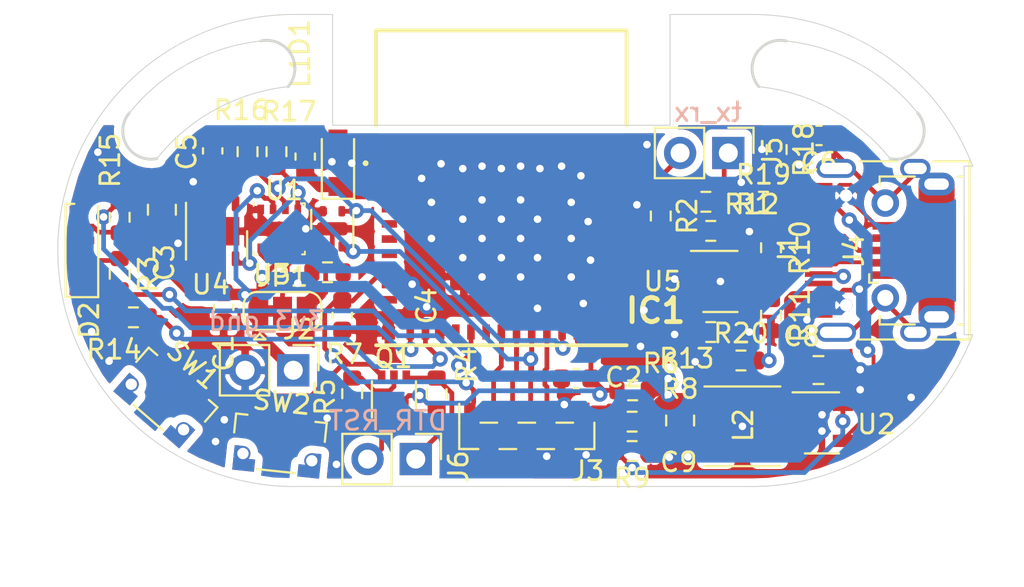
<source format=kicad_pcb>
(kicad_pcb (version 20171130) (host pcbnew "(5.1.10)-1")
  (title_block (title "Twig Temp/humidity sensor") (date 2021-05-15) (rev "prototype 01") (company "Juniper Gardens"))
  (layers (0 F.Cu signal) (31 B.Cu signal) (34 B.Paste user) (35 F.Paste user) (36 B.SilkS user) (37 F.SilkS user) (38 B.Mask user) (39 F.Mask user) (44 Edge.Cuts user))
  (net 0 "")
  (net 1 GND)
  (net 2 +3V3)
  (net 3 +5V)
  (net 4 /RTX0)
  (net 5 /TDX0)
  (net 6 /3v3)
  (net 7 /Boot_Option)
  (net 8 /EN)
  (net 9 "Net-(IC1-Pad31)")
  (net 10 "Net-(D2-Pad2)")
  (net 11 "Net-(IC1-Pad30)")
  (net 12 /D-)
  (net 13 /D+)
  (net 14 "Net-(R8-Pad1)")
  (net 15 "Net-(L2-Pad1)")
  (net 16 "Net-(D2-Pad4)")
  (net 17 "Net-(D2-Pad6)")
  (net 18 /IO32_pico)
  (net 19 /IO33_pico)
  (net 20 /IO26_pico)
  (net 21 /IO14_pico)
  (net 22 /IO12_pico)
  (net 23 /IO13_pico)
  (net 24 /IO15_pico)
  (net 25 /IO20_pico)
  (net 26 /IO7_pico)
  (net 27 /DTR)
  (net 28 /RTS)
  (net 29 "Net-(Q1-Pad5)")
  (net 30 "Net-(Q1-Pad2)")
  (net 31 /IO2_pico)
  (net 32 /Shield)
  (net 33 "Net-(J1-PadB5)")
  (net 34 "Net-(J1-PadA5)")
  (net 35 "Net-(JP1-Pad2)")
  (module Resistor_SMD:R_0603_1608Metric (layer F.Cu) (at 154.54176 92.50522 90)
    (fp_text reference R10 (at 0 1.524 90) (layer F.SilkS))
    (fp_text value 15K)
    (pad 2 smd roundrect (at 0.825 0 90) (size 0.8 0.95) (layers F.Cu F.Paste F.Mask) (net 1 GND))
    (pad 1 smd roundrect (at -0.825 0 90) (size 0.8 0.95) (layers F.Cu F.Paste F.Mask) (net 13 /D+))
  )
  (module Twig:SW_Push_1P1T-MP_NO_Horizontal_TL6340 (layer F.Cu) (at 122.475 100.6 319)
    (fp_text reference SW1 (at -0.053033 -2.492551 319) (layer F.SilkS))
    (fp_text value SW_Push_Right_Angle)
    (pad MP thru_hole custom (at -1.825 0.4 139) (size 0.8 0.8) (drill 0.6) (layers *.Cu *.Mask) (options (clearance outline) (anchor circle)) (primitives (gr_poly (pts (xy -0.675 -0.9) (xy 0.475 -0.9) (xy 0.475 -0.25) (xy -0.675 -0.25)) (width 0)) (gr_poly (pts (xy 0.475 0.4) (xy 0.075 0.4) (xy 0.075 -0.4) (xy 0.475 -0.4)) (width 0))))
    (pad MP thru_hole custom (at 1.825 0.4 139) (size 0.8 0.8) (drill 0.6) (layers *.Cu *.Mask) (options (clearance outline) (anchor circle)) (primitives (gr_poly (pts (xy -0.475 -0.9) (xy 0.675 -0.9) (xy 0.675 -0.25) (xy -0.475 -0.25)) (width 0)) (gr_poly (pts (xy -0.475 0.4) (xy -0.075 0.4) (xy -0.075 -0.4) (xy -0.475 -0.4)) (width 0))))
    (pad "" smd roundrect (at 0 -1.1 319) (size 1.4 1.1) (layers F.Cu F.Paste F.Mask))
    (pad 1 smd roundrect (at 1.4 -0.95 319) (size 0.7 1.1) (layers F.Cu F.Paste F.Mask) (net 1 GND))
    (pad 2 smd roundrect (at -1.4 -0.95 319) (size 0.7 1.1) (layers F.Cu F.Paste F.Mask) (net 8 /EN))
  )
  (module Connector_PinHeader_2.54mm:PinHeader_1x02_P2.54mm_Vertical (layer F.Cu) (at 129.37236 98.96602 270)
    (fp_text reference J2 (at -2.15 -0.3 180) (layer F.SilkS))
    (fp_text value Conn_01x02_Male)
    (pad 2 thru_hole oval (at 0 2.54 270) (size 1.7 1.7) (drill 1) (layers *.Cu *.Mask) (net 1 GND))
    (pad 1 thru_hole rect (at 0 0 270) (size 1.7 1.7) (drill 1) (layers *.Cu *.Mask) (net 2 +3V3))
  )
  (module Connector_PinHeader_1.00mm:PinHeader_1x07_P1.00mm_Vertical_SMD_Pin1Right (layer F.Cu) (at 141.675 102.425 90)
    (fp_text reference J3 (at -1.85 3.225 180) (layer F.SilkS))
    (fp_text value Conn_01x06_Male)
    (pad 7 smd rect (at 0.875 3 90) (size 1.75 0.6) (layers F.Cu F.Paste F.Mask) (net 2 +3V3))
    (pad 5 smd rect (at 0.875 1 90) (size 1.75 0.6) (layers F.Cu F.Paste F.Mask) (net 24 /IO15_pico))
    (pad 3 smd rect (at 0.875 -1 90) (size 1.75 0.6) (layers F.Cu F.Paste F.Mask) (net 22 /IO12_pico))
    (pad 1 smd rect (at 0.875 -3 90) (size 1.75 0.6) (layers F.Cu F.Paste F.Mask) (net 8 /EN))
    (pad 6 smd rect (at -0.875 2 90) (size 1.75 0.6) (layers F.Cu F.Paste F.Mask) (net 1 GND))
    (pad 4 smd rect (at -0.875 0 90) (size 1.75 0.6) (layers F.Cu F.Paste F.Mask) (net 23 /IO13_pico))
    (pad 2 smd rect (at -0.875 -2 90) (size 1.75 0.6) (layers F.Cu F.Paste F.Mask) (net 21 /IO14_pico))
  )
  (module Resistor_SMD:R_0603_1608Metric (layer F.Cu) (at 147.25 100.025)
    (fp_text reference R6 (at 1.5 -1.425) (layer F.SilkS))
    (fp_text value 10K)
    (pad 2 smd roundrect (at 0.825 0) (size 0.8 0.95) (layers F.Cu F.Paste F.Mask) (net 2 +3V3))
    (pad 1 smd roundrect (at -0.825 0) (size 0.8 0.95) (layers F.Cu F.Paste F.Mask) (net 7 /Boot_Option))
  )
  (module Capacitor_SMD:C_0603_1608Metric (layer F.Cu) (at 125.125 87.4 270)
    (fp_text reference C5 (at 0.05 1.375 90) (layer F.SilkS))
    (fp_text value 0.1u)
    (pad 2 smd roundrect (at 0.775 0 270) (size 0.9 0.95) (layers F.Cu F.Paste F.Mask) (net 1 GND))
    (pad 1 smd roundrect (at -0.775 0 270) (size 0.9 0.95) (layers F.Cu F.Paste F.Mask) (net 2 +3V3))
  )
  (module Connector_USB:USB_Micro-B_Molex-105017-0001 (layer F.Cu) (at 162.025 92.65 90)
    (fp_text reference J4 (at 0 -3.1125 90) (layer F.SilkS))
    (fp_text value USB_B_Micro)
    (pad 6 smd rect (at -2.9 1.2375 90) (size 1.2 1.9) (layers F.Cu F.Mask) (net 32 /Shield))
    (pad 6 smd rect (at 2.9 1.2375 90) (size 1.2 1.9) (layers F.Cu F.Mask) (net 32 /Shield))
    (pad 6 thru_hole oval (at 3.5 1.2375 90) (size 1.2 1.9) (drill oval 0.6 1.3) (layers *.Cu *.Mask) (net 32 /Shield))
    (pad 6 thru_hole oval (at -3.5 1.2375 270) (size 1.2 1.9) (drill oval 0.6 1.3) (layers *.Cu *.Mask) (net 32 /Shield))
    (pad 6 smd rect (at -1 1.2375 90) (size 1.5 1.9) (layers F.Cu F.Paste F.Mask) (net 32 /Shield))
    (pad 6 thru_hole circle (at 2.5 -1.4625 90) (size 1.45 1.45) (drill 0.85) (layers *.Cu *.Mask) (net 32 /Shield))
    (pad 3 smd rect (at 0 -1.4625 90) (size 0.4 1.35) (layers F.Cu F.Paste F.Mask) (net 13 /D+))
    (pad 4 smd rect (at 0.65 -1.4625 90) (size 0.4 1.35) (layers F.Cu F.Paste F.Mask))
    (pad 5 smd rect (at 1.3 -1.4625 90) (size 0.4 1.35) (layers F.Cu F.Paste F.Mask) (net 1 GND))
    (pad 1 smd rect (at -1.3 -1.4625 90) (size 0.4 1.35) (layers F.Cu F.Paste F.Mask) (net 3 +5V))
    (pad 2 smd rect (at -0.65 -1.4625 90) (size 0.4 1.35) (layers F.Cu F.Paste F.Mask) (net 12 /D-))
    (pad 6 thru_hole circle (at -2.5 -1.4625 90) (size 1.45 1.45) (drill 0.85) (layers *.Cu *.Mask) (net 32 /Shield))
    (pad 6 smd rect (at 1 1.2375 90) (size 1.5 1.9) (layers F.Cu F.Paste F.Mask) (net 32 /Shield))
  )
  (module Resistor_SMD:R_0603_1608Metric (layer F.Cu) (at 120.225 90.9 270)
    (fp_text reference R15 (at -3 0.5 90) (layer F.SilkS))
    (fp_text value 100)
    (pad 2 smd roundrect (at 0.825 0 270) (size 0.8 0.95) (layers F.Cu F.Paste F.Mask) (net 10 "Net-(D2-Pad2)"))
    (pad 1 smd roundrect (at -0.825 0 270) (size 0.8 0.95) (layers F.Cu F.Paste F.Mask) (net 18 /IO32_pico))
  )
  (module Resistor_SMD:R_0603_1608Metric (layer F.Cu) (at 126.962 87.443 90)
    (fp_text reference R16 (at 2.193 -0.337) (layer F.SilkS))
    (fp_text value 10K)
    (pad 2 smd roundrect (at 0.825 0 90) (size 0.8 0.95) (layers F.Cu F.Paste F.Mask) (net 2 +3V3))
    (pad 1 smd roundrect (at -0.825 0 90) (size 0.8 0.95) (layers F.Cu F.Paste F.Mask) (net 31 /IO2_pico))
  )
  (module Capacitor_SMD:C_0603_1608Metric (layer F.Cu) (at 131.95 96.075 90)
    (fp_text reference C4 (at 0.508 4.445 90) (layer F.SilkS))
    (fp_text value 0.1u)
    (pad 2 smd roundrect (at 0.775 0 90) (size 0.9 0.95) (layers F.Cu F.Paste F.Mask) (net 8 /EN))
    (pad 1 smd roundrect (at -0.775 0 90) (size 0.9 0.95) (layers F.Cu F.Paste F.Mask) (net 1 GND))
  )
  (module Resistor_SMD:R_0603_1608Metric (layer F.Cu) (at 151.36676 96.95022 180)
    (fp_text reference R13 (at 1.268 -1.39604) (layer F.SilkS))
    (fp_text value 27)
    (pad 2 smd roundrect (at 0.825 0 180) (size 0.8 0.95) (layers F.Cu F.Paste F.Mask) (net 25 /IO20_pico))
    (pad 1 smd roundrect (at -0.825 0 180) (size 0.8 0.95) (layers F.Cu F.Paste F.Mask) (net 12 /D-))
  )
  (module Resistor_SMD:R_0603_1608Metric (layer F.Cu) (at 120.225 93.9 90)
    (fp_text reference R3 (at 0 1.524 90) (layer F.SilkS))
    (fp_text value 200)
    (pad 2 smd roundrect (at 0.825 0 90) (size 0.8 0.95) (layers F.Cu F.Paste F.Mask) (net 16 "Net-(D2-Pad4)"))
    (pad 1 smd roundrect (at -0.825 0 90) (size 0.8 0.95) (layers F.Cu F.Paste F.Mask) (net 20 /IO26_pico))
  )
  (module Resistor_SMD:R_0603_1608Metric (layer F.Cu) (at 148.73276 90.83222 90)
    (fp_text reference R2 (at 0 1.397 90) (layer F.SilkS))
    (fp_text value 499R)
    (pad 2 smd roundrect (at 0.825 0 90) (size 0.8 0.95) (layers F.Cu F.Paste F.Mask) (net 4 /RTX0))
    (pad 1 smd roundrect (at -0.825 0 90) (size 0.8 0.95) (layers F.Cu F.Paste F.Mask) (net 11 "Net-(IC1-Pad30)"))
  )
  (module Resistor_SMD:R_0603_1608Metric (layer F.Cu) (at 154.54176 96.06122 90)
    (fp_text reference R11 (at 0 1.524 90) (layer F.SilkS))
    (fp_text value 15K)
    (pad 2 smd roundrect (at 0.825 0 90) (size 0.8 0.95) (layers F.Cu F.Paste F.Mask) (net 12 /D-))
    (pad 1 smd roundrect (at -0.825 0 90) (size 0.8 0.95) (layers F.Cu F.Paste F.Mask) (net 1 GND))
  )
  (module Resistor_SMD:R_0603_1608Metric (layer F.Cu) (at 136.925 100.2 270)
    (fp_text reference R4 (at -1.525 -1.575 90) (layer F.SilkS))
    (fp_text value 10K)
    (pad 2 smd roundrect (at 0.825 0 270) (size 0.8 0.95) (layers F.Cu F.Paste F.Mask) (net 30 "Net-(Q1-Pad2)"))
    (pad 1 smd roundrect (at -0.825 0 270) (size 0.8 0.95) (layers F.Cu F.Paste F.Mask) (net 27 /DTR))
  )
  (module Resistor_SMD:R_0603_1608Metric (layer F.Cu) (at 131.175 93.8 180)
    (fp_text reference R7 (at -0.889 -4.318) (layer F.SilkS))
    (fp_text value 10K)
    (pad 2 smd roundrect (at 0.825 0 180) (size 0.8 0.95) (layers F.Cu F.Paste F.Mask) (net 2 +3V3))
    (pad 1 smd roundrect (at -0.825 0 180) (size 0.8 0.95) (layers F.Cu F.Paste F.Mask) (net 8 /EN))
  )
  (module Package_TO_SOT_SMD:SOT-23-5 (layer F.Cu) (at 157.226 101.7397)
    (fp_text reference U2 (at 2.86512 0.07874) (layer F.SilkS))
    (fp_text value TLV62569DBV)
    (pad 5 smd rect (at 1.1 -0.95) (size 1.06 0.65) (layers F.Cu F.Paste F.Mask) (net 14 "Net-(R8-Pad1)"))
    (pad 4 smd rect (at 1.1 0.95) (size 1.06 0.65) (layers F.Cu F.Paste F.Mask) (net 3 +5V))
    (pad 3 smd rect (at -1.1 0.95) (size 1.06 0.65) (layers F.Cu F.Paste F.Mask) (net 15 "Net-(L2-Pad1)"))
    (pad 2 smd rect (at -1.1 0) (size 1.06 0.65) (layers F.Cu F.Paste F.Mask) (net 1 GND))
    (pad 1 smd rect (at -1.1 -0.95) (size 1.06 0.65) (layers F.Cu F.Paste F.Mask) (net 3 +5V))
  )
  (module Capacitor_SMD:C_0805_2012Metric (layer F.Cu) (at 122.45 90.5 270)
    (fp_text reference C3 (at 2.794 -0.127 90) (layer F.SilkS))
    (fp_text value 10u)
    (pad 2 smd roundrect (at 0.95 0 270) (size 1 1.45) (layers F.Cu F.Paste F.Mask) (net 1 GND))
    (pad 1 smd roundrect (at -0.95 0 270) (size 1 1.45) (layers F.Cu F.Paste F.Mask) (net 2 +3V3))
  )
  (module Package_TO_SOT_SMD:SOT-363_SC-70-6 (layer F.Cu) (at 134.675 100.25 90)
    (fp_text reference Q1 (at 1.925 -0.025 180) (layer F.SilkS))
    (fp_text value BC847BDW1)
    (pad 6 smd rect (at 0.95 -0.65 90) (size 0.65 0.4) (layers F.Cu F.Paste F.Mask) (net 8 /EN))
    (pad 4 smd rect (at 0.95 0.65 90) (size 0.65 0.4) (layers F.Cu F.Paste F.Mask) (net 27 /DTR))
    (pad 2 smd rect (at -0.95 0 90) (size 0.65 0.4) (layers F.Cu F.Paste F.Mask) (net 30 "Net-(Q1-Pad2)"))
    (pad 5 smd rect (at 0.95 0 90) (size 0.65 0.4) (layers F.Cu F.Paste F.Mask) (net 29 "Net-(Q1-Pad5)"))
    (pad 3 smd rect (at -0.95 0.65 90) (size 0.65 0.4) (layers F.Cu F.Paste F.Mask) (net 7 /Boot_Option))
    (pad 1 smd rect (at -0.95 -0.65 90) (size 0.65 0.4) (layers F.Cu F.Paste F.Mask) (net 28 /RTS))
  )
  (module Diode_SMD:D_SOD-323_HandSoldering (layer F.Cu) (at 131.725 88.025 90)
    (fp_text reference D1 (at 6.596 -2.015 90) (layer F.SilkS))
    (fp_text value 3.3v_TVS)
    (pad 2 smd rect (at 1.25 0 90) (size 1 1) (layers F.Cu F.Paste F.Mask) (net 1 GND))
    (pad 1 smd rect (at -1.25 0 90) (size 1 1) (layers F.Cu F.Paste F.Mask) (net 6 /3v3))
  )
  (module Package_DFN_QFN:DFN-6-1EP_3x3mm_P1mm_EP1.5x2.4mm (layer F.Cu) (at 125.33 91.634 270)
    (fp_text reference U4 (at 2.816 0.305 180) (layer F.SilkS))
    (fp_text value Si7020-A20)
    (pad 7 smd rect (at 0 0 270) (size 1.5 2.4) (layers F.Cu F.Mask) (net 1 GND))
    (pad 6 smd roundrect (at 1.45 -1 270) (size 0.8 0.4) (layers F.Cu F.Paste F.Mask) (net 23 /IO13_pico))
    (pad 5 smd roundrect (at 1.45 0 270) (size 0.8 0.4) (layers F.Cu F.Paste F.Mask) (net 2 +3V3))
    (pad 4 smd roundrect (at 1.45 1 270) (size 0.8 0.4) (layers F.Cu F.Paste F.Mask))
    (pad 3 smd roundrect (at -1.45 1 270) (size 0.8 0.4) (layers F.Cu F.Paste F.Mask))
    (pad 2 smd roundrect (at -1.45 0 270) (size 0.8 0.4) (layers F.Cu F.Paste F.Mask) (net 1 GND))
    (pad 1 smd roundrect (at -1.45 -1 270) (size 0.8 0.4) (layers F.Cu F.Paste F.Mask) (net 31 /IO2_pico))
  )
  (module LED_SMD:LED_Cree-PLCC6_4.7x1.5mm (layer F.Cu) (at 118.235 92.65 270)
    (fp_text reference D2 (at 3.683 -0.381 90) (layer F.SilkS))
    (fp_text value QLS6A)
    (pad 6 smd rect (at 2.02 0.335 270) (size 0.66 0.63) (layers F.Cu F.Paste F.Mask) (net 17 "Net-(D2-Pad6)"))
    (pad 5 smd rect (at 1.21 -0.25 270) (size 0.4 0.8) (layers F.Cu F.Paste F.Mask) (net 2 +3V3))
    (pad 4 smd rect (at 0.53 -0.25 270) (size 0.4 0.8) (layers F.Cu F.Paste F.Mask) (net 16 "Net-(D2-Pad4)"))
    (pad 3 smd rect (at -0.53 -0.25 270) (size 0.4 0.8) (layers F.Cu F.Paste F.Mask) (net 2 +3V3))
    (pad 2 smd rect (at -1.21 -0.25 270) (size 0.4 0.8) (layers F.Cu F.Paste F.Mask) (net 10 "Net-(D2-Pad2)"))
    (pad 1 smd rect (at -2.02 0.335 270) (size 0.66 0.63) (layers F.Cu F.Paste F.Mask) (net 2 +3V3))
  )
  (module Resistor_SMD:R_0603_1608Metric (layer F.Cu) (at 151.36676 91.61622 180)
    (fp_text reference R12 (at -2.159 1.397) (layer F.SilkS))
    (fp_text value 27)
    (pad 2 smd roundrect (at 0.825 0 180) (size 0.8 0.95) (layers F.Cu F.Paste F.Mask) (net 26 /IO7_pico))
    (pad 1 smd roundrect (at -0.825 0 180) (size 0.8 0.95) (layers F.Cu F.Paste F.Mask) (net 13 /D+))
  )
  (module Capacitor_SMD:C_0805_2012Metric (layer F.Cu) (at 149.75332 101.61524 270)
    (fp_text reference C9 (at 2.2 0.075 180) (layer F.SilkS))
    (fp_text value 10u)
    (pad 2 smd roundrect (at 0.95 0 270) (size 1 1.45) (layers F.Cu F.Paste F.Mask) (net 1 GND))
    (pad 1 smd roundrect (at -0.95 0 270) (size 1 1.45) (layers F.Cu F.Paste F.Mask) (net 2 +3V3))
  )
  (module Resistor_SMD:R_0603_1608Metric (layer F.Cu) (at 151.10776 90.08222)
    (fp_text reference R1 (at 2.54 0.127) (layer F.SilkS))
    (fp_text value 499R)
    (pad 2 smd roundrect (at 0.825 0) (size 0.8 0.95) (layers F.Cu F.Paste F.Mask) (net 5 /TDX0))
    (pad 1 smd roundrect (at -0.825 0) (size 0.8 0.95) (layers F.Cu F.Paste F.Mask) (net 9 "Net-(IC1-Pad31)"))
  )
  (module Resistor_SMD:R_0603_1608Metric (layer F.Cu) (at 147.225 103.225 180)
    (fp_text reference R9 (at 0 -1.43) (layer F.SilkS))
    (fp_text value 150K)
    (pad 2 smd roundrect (at 0.825 0 180) (size 0.8 0.95) (layers F.Cu F.Paste F.Mask) (net 14 "Net-(R8-Pad1)"))
    (pad 1 smd roundrect (at -0.825 0 180) (size 0.8 0.95) (layers F.Cu F.Paste F.Mask) (net 1 GND))
  )
  (module Capacitor_SMD:C_0603_1608Metric (layer F.Cu) (at 125.70206 95.64624 270)
    (fp_text reference C1 (at 2.413 0 90) (layer F.SilkS))
    (fp_text value 0.1u)
    (pad 2 smd roundrect (at 0.775 0 270) (size 0.9 0.95) (layers F.Cu F.Paste F.Mask) (net 1 GND))
    (pad 1 smd roundrect (at -0.775 0 270) (size 0.9 0.95) (layers F.Cu F.Paste F.Mask) (net 2 +3V3))
  )
  (module Resistor_SMD:R_0603_1608Metric (layer F.Cu) (at 128.486 87.443 90)
    (fp_text reference R17 (at 2.118 0.664 180) (layer F.SilkS))
    (fp_text value 10K)
    (pad 2 smd roundrect (at 0.825 0 90) (size 0.8 0.95) (layers F.Cu F.Paste F.Mask) (net 2 +3V3))
    (pad 1 smd roundrect (at -0.825 0 90) (size 0.8 0.95) (layers F.Cu F.Paste F.Mask) (net 23 /IO13_pico))
  )
  (module Resistor_SMD:R_0603_1608Metric (layer F.Cu) (at 120.95 96.175 180)
    (fp_text reference R14 (at 1.025 -1.7) (layer F.SilkS))
    (fp_text value 100)
    (pad 2 smd roundrect (at 0.825 0 180) (size 0.8 0.95) (layers F.Cu F.Paste F.Mask) (net 17 "Net-(D2-Pad6)"))
    (pad 1 smd roundrect (at -0.825 0 180) (size 0.8 0.95) (layers F.Cu F.Paste F.Mask) (net 19 /IO33_pico))
  )
  (module Capacitor_SMD:C_0805_2012Metric (layer F.Cu) (at 157.04058 98.95586)
    (fp_text reference C8 (at -0.889 -1.778) (layer F.SilkS))
    (fp_text value 4.7u)
    (pad 2 smd roundrect (at 0.95 0) (size 1 1.45) (layers F.Cu F.Paste F.Mask) (net 1 GND))
    (pad 1 smd roundrect (at -0.95 0) (size 1 1.45) (layers F.Cu F.Paste F.Mask) (net 3 +5V))
  )
  (module Resistor_SMD:R_0603_1608Metric (layer F.Cu) (at 147.225 101.675)
    (fp_text reference R8 (at 2.525 -1.725) (layer F.SilkS))
    (fp_text value 680k)
    (pad 2 smd roundrect (at 0.825 0) (size 0.8 0.95) (layers F.Cu F.Paste F.Mask) (net 2 +3V3))
    (pad 1 smd roundrect (at -0.825 0) (size 0.8 0.95) (layers F.Cu F.Paste F.Mask) (net 14 "Net-(R8-Pad1)"))
  )
  (module Inductor_SMD:L_Taiyo-Yuden_MD-4040 (layer F.Cu) (at 153.033 101.921 180)
    (fp_text reference L2 (at -0.04518 0.05684 90) (layer F.SilkS))
    (fp_text value 2.2uH)
    (pad 2 smd rect (at 1.4 0 180) (size 1.2 3.7) (layers F.Cu F.Paste F.Mask) (net 2 +3V3))
    (pad 1 smd rect (at -1.4 0 180) (size 1.2 3.7) (layers F.Cu F.Paste F.Mask) (net 15 "Net-(L2-Pad1)"))
  )
  (module Connector_PinHeader_2.54mm:PinHeader_1x02_P2.54mm_Vertical (layer F.Cu) (at 152.29078 87.50808 270)
    (fp_text reference J5 (at 0 -2.33 90) (layer F.SilkS))
    (fp_text value Conn_01x02_Male)
    (pad 2 thru_hole oval (at 0 2.54 270) (size 1.7 1.7) (drill 1) (layers *.Cu *.Mask) (net 4 /RTX0))
    (pad 1 thru_hole rect (at 0 0 270) (size 1.7 1.7) (drill 1) (layers *.Cu *.Mask) (net 5 /TDX0))
  )
  (module Capacitor_SMD:C_0603_1608Metric (layer F.Cu) (at 144.275 99.4 180)
    (fp_text reference C2 (at -2.5 0.058) (layer F.SilkS))
    (fp_text value 0.1u)
    (pad 2 smd roundrect (at 0.775 0 180) (size 0.9 0.95) (layers F.Cu F.Paste F.Mask) (net 1 GND))
    (pad 1 smd roundrect (at -0.775 0 180) (size 0.9 0.95) (layers F.Cu F.Paste F.Mask) (net 7 /Boot_Option))
  )
  (module Connector_PinHeader_2.54mm:PinHeader_1x02_P2.54mm_Vertical (layer F.Cu) (at 135.825 103.65 270)
    (fp_text reference J6 (at 0.4 -2.25 90) (layer F.SilkS))
    (fp_text value Conn_01x02_Male)
    (pad 2 thru_hole oval (at 0 2.54 270) (size 1.7 1.7) (drill 1) (layers *.Cu *.Mask) (net 28 /RTS))
    (pad 1 thru_hole rect (at 0 0 270) (size 1.7 1.7) (drill 1) (layers *.Cu *.Mask) (net 27 /DTR))
  )
  (module Resistor_SMD:R_0603_1608Metric (layer F.Cu) (at 132.475 100.2 90)
    (fp_text reference R5 (at -0.175 -1.43 90) (layer F.SilkS))
    (fp_text value 10K)
    (pad 2 smd roundrect (at 0.825 0 90) (size 0.8 0.95) (layers F.Cu F.Paste F.Mask) (net 29 "Net-(Q1-Pad5)"))
    (pad 1 smd roundrect (at -0.825 0 90) (size 0.8 0.95) (layers F.Cu F.Paste F.Mask) (net 28 /RTS))
  )
  (module Package_LGA:Bosch_LGA-8_2.5x2.5mm_P0.65mm_ClockwisePinNumbering (layer F.Cu) (at 128.632 91.507)
    (fp_text reference U3 (at -0.381 2.413) (layer F.SilkS))
    (fp_text value BME280)
    (pad 5 smd rect (at 0.975 1.025 90) (size 0.5 0.35) (layers F.Cu F.Paste F.Mask) (net 35 "Net-(JP1-Pad2)"))
    (pad 6 smd rect (at 0.325 1.025 90) (size 0.5 0.35) (layers F.Cu F.Paste F.Mask) (net 2 +3V3))
    (pad 7 smd rect (at -0.325 1.025 90) (size 0.5 0.35) (layers F.Cu F.Paste F.Mask) (net 1 GND))
    (pad 8 smd rect (at -0.975 1.025 90) (size 0.5 0.35) (layers F.Cu F.Paste F.Mask) (net 2 +3V3))
    (pad 1 smd rect (at -0.975 -1.025 90) (size 0.5 0.35) (layers F.Cu F.Paste F.Mask) (net 1 GND))
    (pad 2 smd rect (at -0.325 -1.025 90) (size 0.5 0.35) (layers F.Cu F.Paste F.Mask) (net 2 +3V3))
    (pad 3 smd rect (at 0.325 -1.025 90) (size 0.5 0.35) (layers F.Cu F.Paste F.Mask) (net 31 /IO2_pico))
    (pad 4 smd rect (at 0.975 -1.025 90) (size 0.5 0.35) (layers F.Cu F.Paste F.Mask) (net 23 /IO13_pico))
  )
  (module Inductor_SMD:L_0603_1608Metric (layer F.Cu) (at 130 87.7 270)
    (fp_text reference L1 (at -4.497 0.262 90) (layer F.SilkS))
    (fp_text value L_Core_Ferrite_Small)
    (pad 2 smd roundrect (at 0.7875 0 270) (size 0.875 0.95) (layers F.Cu F.Paste F.Mask) (net 6 /3v3))
    (pad 1 smd roundrect (at -0.7875 0 270) (size 0.875 0.95) (layers F.Cu F.Paste F.Mask) (net 2 +3V3))
  )
  (module Package_TO_SOT_SMD:SOT-23-6 (layer F.Cu) (at 151.87476 94.28322)
    (fp_text reference U5 (at -3.048 0) (layer F.SilkS))
    (fp_text value SN65220)
    (pad 5 smd rect (at 1.1 0) (size 1.06 0.65) (layers F.Cu F.Paste F.Mask) (net 1 GND))
    (pad 6 smd rect (at 1.1 -0.95) (size 1.06 0.65) (layers F.Cu F.Paste F.Mask) (net 13 /D+))
    (pad 4 smd rect (at 1.1 0.95) (size 1.06 0.65) (layers F.Cu F.Paste F.Mask) (net 12 /D-))
    (pad 3 smd rect (at -1.1 0.95) (size 1.06 0.65) (layers F.Cu F.Paste F.Mask))
    (pad 2 smd rect (at -1.1 0) (size 1.06 0.65) (layers F.Cu F.Paste F.Mask) (net 1 GND))
    (pad 1 smd rect (at -1.1 -0.95) (size 1.06 0.65) (layers F.Cu F.Paste F.Mask))
  )
  (module Sensor_Humidity:Sensirion_DFN-4-1EP_2x2mm_P1mm_EP0.7x1.6mm (layer F.Cu) (at 131.426 91.507 90)
    (fp_text reference U1 (at 2.032 -2.54 180) (layer F.SilkS))
    (fp_text value SHTC3)
    (pad 5 smd roundrect (at 0 0 90) (size 0.7 1.6) (layers F.Cu F.Mask) (net 1 GND))
    (pad 4 smd roundrect (at 0.925 -0.5 90) (size 0.55 0.35) (layers F.Cu F.Mask) (net 1 GND))
    (pad 3 smd roundrect (at 0.925 0.5 90) (size 0.55 0.35) (layers F.Cu F.Mask) (net 31 /IO2_pico))
    (pad 2 smd roundrect (at -0.925 0.5 90) (size 0.55 0.35) (layers F.Cu F.Mask) (net 23 /IO13_pico))
    (pad 1 smd roundrect (at -0.925 -0.5 90) (size 0.55 0.35) (layers F.Cu F.Mask) (net 2 +3V3))
  )
  (module Twig:SW_Push_1P1T-MP_NO_Horizontal_TL6340 (layer F.Cu) (at 128.575 103.15 354)
    (fp_text reference SW2 (at -0.075 -2.5 354) (layer F.SilkS))
    (fp_text value SW_Push_Right_Angle)
    (pad MP thru_hole custom (at -1.825 0.4 174) (size 0.8 0.8) (drill 0.6) (layers *.Cu *.Mask) (options (clearance outline) (anchor circle)) (primitives (gr_poly (pts (xy -0.675 -0.9) (xy 0.475 -0.9) (xy 0.475 -0.25) (xy -0.675 -0.25)) (width 0)) (gr_poly (pts (xy 0.475 0.4) (xy 0.075 0.4) (xy 0.075 -0.4) (xy 0.475 -0.4)) (width 0))))
    (pad MP thru_hole custom (at 1.825 0.4 174) (size 0.8 0.8) (drill 0.6) (layers *.Cu *.Mask) (options (clearance outline) (anchor circle)) (primitives (gr_poly (pts (xy -0.475 -0.9) (xy 0.675 -0.9) (xy 0.675 -0.25) (xy -0.475 -0.25)) (width 0)) (gr_poly (pts (xy -0.475 0.4) (xy -0.075 0.4) (xy -0.075 -0.4) (xy -0.475 -0.4)) (width 0))))
    (pad "" smd roundrect (at 0 -1.1 354) (size 1.4 1.1) (layers F.Cu F.Paste F.Mask))
    (pad 1 smd roundrect (at 1.4 -0.95 354) (size 0.7 1.1) (layers F.Cu F.Paste F.Mask) (net 1 GND))
    (pad 2 smd roundrect (at -1.4 -0.95 354) (size 0.7 1.1) (layers F.Cu F.Paste F.Mask) (net 7 /Boot_Option))
  )
  (module Twig:ESP32C3MINI1 (layer F.Cu) (at 140.333 89.348)
    (fp_text reference IC1 (at 8.128 6.477) (layer F.SilkS) (effects (font (size 1.27 1.27) (thickness 0.254))))
    (fp_text value ESP32-C3-MINI-1 hide)
    (pad 61 smd rect (at 0 0.725) (size 1.45 1.45) (layers F.Cu F.Paste F.Mask) (net 1 GND))
    (pad 60 smd rect (at 1.975 0.725) (size 1.45 1.45) (layers F.Cu F.Paste F.Mask) (net 1 GND))
    (pad 59 smd rect (at 1.975 2.7) (size 1.45 1.45) (layers F.Cu F.Paste F.Mask) (net 1 GND))
    (pad 58 smd rect (at 1.975 4.675) (size 1.45 1.45) (layers F.Cu F.Paste F.Mask) (net 1 GND))
    (pad 57 smd rect (at 0 4.675) (size 1.45 1.45) (layers F.Cu F.Paste F.Mask) (net 1 GND))
    (pad 56 smd rect (at -1.975 4.675) (size 1.45 1.45) (layers F.Cu F.Paste F.Mask) (net 1 GND))
    (pad 55 smd rect (at -1.975 2.7) (size 1.45 1.45) (layers F.Cu F.Paste F.Mask) (net 1 GND))
    (pad 54 smd rect (at -1.975 0.725) (size 1.45 1.45) (layers F.Cu F.Paste F.Mask) (net 1 GND))
    (pad 53 smd rect (at -5.95 -2.25 90) (size 0.7 0.7) (layers F.Cu F.Paste F.Mask) (net 1 GND))
    (pad 52 smd rect (at -5.95 7.65 90) (size 0.7 0.7) (layers F.Cu F.Paste F.Mask) (net 1 GND))
    (pad 51 smd rect (at 5.95 7.65 90) (size 0.7 0.7) (layers F.Cu F.Paste F.Mask) (net 1 GND))
    (pad 50 smd rect (at 5.95 -2.25 90) (size 0.7 0.7) (layers F.Cu F.Paste F.Mask) (net 1 GND))
    (pad 49 smd rect (at 0 2.7) (size 1.45 1.45) (layers F.Cu F.Paste F.Mask) (net 1 GND))
    (pad 48 smd rect (at -4.8 -2.2) (size 0.4 0.8) (layers F.Cu F.Paste F.Mask) (net 1 GND))
    (pad 47 smd rect (at -4 -2.2) (size 0.4 0.8) (layers F.Cu F.Paste F.Mask) (net 1 GND))
    (pad 46 smd rect (at -3.2 -2.2) (size 0.4 0.8) (layers F.Cu F.Paste F.Mask) (net 1 GND))
    (pad 45 smd rect (at -2.4 -2.2) (size 0.4 0.8) (layers F.Cu F.Paste F.Mask) (net 1 GND))
    (pad 44 smd rect (at -1.6 -2.2) (size 0.4 0.8) (layers F.Cu F.Paste F.Mask) (net 1 GND))
    (pad 43 smd rect (at -0.8 -2.2) (size 0.4 0.8) (layers F.Cu F.Paste F.Mask) (net 1 GND))
    (pad 42 smd rect (at 0 -2.2) (size 0.4 0.8) (layers F.Cu F.Paste F.Mask) (net 1 GND))
    (pad 41 smd rect (at 0.8 -2.2) (size 0.4 0.8) (layers F.Cu F.Paste F.Mask) (net 1 GND))
    (pad 40 smd rect (at 1.6 -2.2) (size 0.4 0.8) (layers F.Cu F.Paste F.Mask) (net 1 GND))
    (pad 39 smd rect (at 2.4 -2.2) (size 0.4 0.8) (layers F.Cu F.Paste F.Mask) (net 1 GND))
    (pad 38 smd rect (at 3.2 -2.2) (size 0.4 0.8) (layers F.Cu F.Paste F.Mask) (net 1 GND))
    (pad 37 smd rect (at 4 -2.2) (size 0.4 0.8) (layers F.Cu F.Paste F.Mask) (net 1 GND))
    (pad 36 smd rect (at 4.8 -2.2) (size 0.4 0.8) (layers F.Cu F.Paste F.Mask) (net 1 GND))
    (pad 35 smd rect (at 5.9 -1.3 90) (size 0.4 0.8) (layers F.Cu F.Paste F.Mask))
    (pad 34 smd rect (at 5.9 -0.5 90) (size 0.4 0.8) (layers F.Cu F.Paste F.Mask))
    (pad 33 smd rect (at 5.9 0.3 90) (size 0.4 0.8) (layers F.Cu F.Paste F.Mask))
    (pad 32 smd rect (at 5.9 1.1 90) (size 0.4 0.8) (layers F.Cu F.Paste F.Mask))
    (pad 31 smd rect (at 5.9 1.9 90) (size 0.4 0.8) (layers F.Cu F.Paste F.Mask) (net 9 "Net-(IC1-Pad31)"))
    (pad 30 smd rect (at 5.9 2.7 90) (size 0.4 0.8) (layers F.Cu F.Paste F.Mask) (net 11 "Net-(IC1-Pad30)"))
    (pad 29 smd rect (at 5.9 3.5 90) (size 0.4 0.8) (layers F.Cu F.Paste F.Mask))
    (pad 28 smd rect (at 5.9 4.3 90) (size 0.4 0.8) (layers F.Cu F.Paste F.Mask))
    (pad 27 smd rect (at 5.9 5.1 90) (size 0.4 0.8) (layers F.Cu F.Paste F.Mask) (net 26 /IO7_pico))
    (pad 26 smd rect (at 5.9 5.9 90) (size 0.4 0.8) (layers F.Cu F.Paste F.Mask) (net 25 /IO20_pico))
    (pad 25 smd rect (at 5.9 6.7 90) (size 0.4 0.8) (layers F.Cu F.Paste F.Mask))
    (pad 24 smd rect (at 4.8 7.6) (size 0.4 0.8) (layers F.Cu F.Paste F.Mask))
    (pad 23 smd rect (at 4 7.6) (size 0.4 0.8) (layers F.Cu F.Paste F.Mask) (net 7 /Boot_Option))
    (pad 22 smd rect (at 3.2 7.6) (size 0.4 0.8) (layers F.Cu F.Paste F.Mask) (net 31 /IO2_pico))
    (pad 21 smd rect (at 2.4 7.6) (size 0.4 0.8) (layers F.Cu F.Paste F.Mask) (net 24 /IO15_pico))
    (pad 20 smd rect (at 1.6 7.6) (size 0.4 0.8) (layers F.Cu F.Paste F.Mask) (net 23 /IO13_pico))
    (pad 19 smd rect (at 0.8 7.6) (size 0.4 0.8) (layers F.Cu F.Paste F.Mask) (net 22 /IO12_pico))
    (pad 18 smd rect (at 0 7.6) (size 0.4 0.8) (layers F.Cu F.Paste F.Mask) (net 21 /IO14_pico))
    (pad 17 smd rect (at -0.8 7.6) (size 0.4 0.8) (layers F.Cu F.Paste F.Mask))
    (pad 16 smd rect (at -1.6 7.6) (size 0.4 0.8) (layers F.Cu F.Paste F.Mask) (net 20 /IO26_pico))
    (pad 15 smd rect (at -2.4 7.6) (size 0.4 0.8) (layers F.Cu F.Paste F.Mask))
    (pad 14 smd rect (at -3.2 7.6) (size 0.4 0.8) (layers F.Cu F.Paste F.Mask) (net 1 GND))
    (pad 13 smd rect (at -4 7.6) (size 0.4 0.8) (layers F.Cu F.Paste F.Mask) (net 19 /IO33_pico))
    (pad 12 smd rect (at -4.8 7.6) (size 0.4 0.8) (layers F.Cu F.Paste F.Mask) (net 18 /IO32_pico))
    (pad 11 smd rect (at -5.9 6.7 90) (size 0.4 0.8) (layers F.Cu F.Paste F.Mask) (net 1 GND))
    (pad 10 smd rect (at -5.9 5.9 90) (size 0.4 0.8) (layers F.Cu F.Paste F.Mask))
    (pad 9 smd rect (at -5.9 5.1 90) (size 0.4 0.8) (layers F.Cu F.Paste F.Mask))
    (pad 8 smd rect (at -5.9 4.3 90) (size 0.4 0.8) (layers F.Cu F.Paste F.Mask) (net 8 /EN))
    (pad 7 smd rect (at -5.9 3.5 90) (size 0.4 0.8) (layers F.Cu F.Paste F.Mask))
    (pad 6 smd rect (at -5.9 2.7 90) (size 0.4 0.8) (layers F.Cu F.Paste F.Mask))
    (pad 5 smd rect (at -5.9 1.9 90) (size 0.4 0.8) (layers F.Cu F.Paste F.Mask))
    (pad 4 smd rect (at -5.9 1.1 90) (size 0.4 0.8) (layers F.Cu F.Paste F.Mask))
    (pad 3 smd rect (at -5.9 0.3 90) (size 0.4 0.8) (layers F.Cu F.Paste F.Mask) (net 6 /3v3))
    (pad 2 smd rect (at -5.9 -0.5 90) (size 0.4 0.8) (layers F.Cu F.Paste F.Mask) (net 1 GND))
    (pad 1 smd rect (at -5.9 -1.3 90) (size 0.4 0.8) (layers F.Cu F.Paste F.Mask) (net 1 GND))
  )
  (module Capacitor_SMD:C_0603_1608Metric (layer F.Cu) (at 157.06852 86.58352 180)
    (fp_text reference C6 (at 0 -1.43) (layer F.SilkS))
    (fp_text value 0.01u)
    (pad 1 smd roundrect (at -0.775 0 180) (size 0.9 0.95) (layers F.Cu F.Paste F.Mask) (net 32 /Shield))
    (pad 2 smd roundrect (at 0.775 0 180) (size 0.9 0.95) (layers F.Cu F.Paste F.Mask) (net 1 GND))
  )
  (module Connector_USB:USB_C_Receptacle_HRO_TYPE-C-31-M-12 (layer F.Cu) (at 161.09696 92.64396 90)
    (fp_text reference J1 (at 0 -5.645 90) (layer F.SilkS))
    (fp_text value USB_C_Receptacle_USB2.0)
    (pad S1 thru_hole oval (at 4.32 1.05 90) (size 1 1.6) (drill oval 0.6 1.2) (layers *.Cu *.Mask) (net 32 /Shield))
    (pad "" thru_hole circle (at 2.89 -2.6 90) (size 0.65 0.65) (drill 0.65) (layers *.Cu *.Mask) (net 1 GND))
    (pad S1 thru_hole oval (at -4.32 1.05 90) (size 1 1.6) (drill oval 0.6 1.2) (layers *.Cu *.Mask) (net 32 /Shield))
    (pad "" thru_hole circle (at -2.89 -2.6 90) (size 0.65 0.65) (drill 0.65) (layers *.Cu *.Mask) (net 1 GND))
    (pad S1 thru_hole oval (at -4.32 -3.13 90) (size 1 2.1) (drill oval 0.6 1.7) (layers *.Cu *.Mask) (net 32 /Shield))
    (pad S1 thru_hole oval (at 4.32 -3.13 90) (size 1 2.1) (drill oval 0.6 1.7) (layers *.Cu *.Mask) (net 32 /Shield))
    (pad A6 smd rect (at -0.25 -4.045 90) (size 0.3 1.45) (layers F.Cu F.Paste F.Mask) (net 13 /D+))
    (pad B5 smd rect (at 1.75 -4.045 90) (size 0.3 1.45) (layers F.Cu F.Paste F.Mask) (net 33 "Net-(J1-PadB5)"))
    (pad A8 smd rect (at 1.25 -4.045 90) (size 0.3 1.45) (layers F.Cu F.Paste F.Mask))
    (pad B6 smd rect (at 0.75 -4.045 90) (size 0.3 1.45) (layers F.Cu F.Paste F.Mask) (net 13 /D+))
    (pad A7 smd rect (at 0.25 -4.045 90) (size 0.3 1.45) (layers F.Cu F.Paste F.Mask) (net 12 /D-))
    (pad B7 smd rect (at -0.75 -4.045 90) (size 0.3 1.45) (layers F.Cu F.Paste F.Mask) (net 12 /D-))
    (pad A5 smd rect (at -1.25 -4.045 90) (size 0.3 1.45) (layers F.Cu F.Paste F.Mask) (net 34 "Net-(J1-PadA5)"))
    (pad B8 smd rect (at -1.75 -4.045 90) (size 0.3 1.45) (layers F.Cu F.Paste F.Mask))
    (pad A12 smd rect (at 3.25 -4.045 90) (size 0.6 1.45) (layers F.Cu F.Paste F.Mask) (net 1 GND))
    (pad B4 smd rect (at 2.45 -4.045 90) (size 0.6 1.45) (layers F.Cu F.Paste F.Mask) (net 3 +5V))
    (pad A4 smd rect (at -2.45 -4.045 90) (size 0.6 1.45) (layers F.Cu F.Paste F.Mask) (net 3 +5V))
    (pad A1 smd rect (at -3.25 -4.045 90) (size 0.6 1.45) (layers F.Cu F.Paste F.Mask) (net 1 GND))
    (pad B12 smd rect (at -3.25 -4.045 90) (size 0.6 1.45) (layers F.Cu F.Paste F.Mask) (net 1 GND))
    (pad B9 smd rect (at -2.45 -4.045 90) (size 0.6 1.45) (layers F.Cu F.Paste F.Mask) (net 3 +5V))
    (pad A9 smd rect (at 2.45 -4.045 90) (size 0.6 1.45) (layers F.Cu F.Paste F.Mask) (net 3 +5V))
    (pad B1 smd rect (at 3.25 -4.045 90) (size 0.6 1.45) (layers F.Cu F.Paste F.Mask) (net 1 GND))
  )
  (module Jumper:SolderJumper-3_P1.3mm_Bridged12_RoundedPad1.0x1.5mm (layer F.Cu) (at 128.8034 95.83928)
    (fp_text reference JP1 (at 0 -1.8) (layer F.SilkS))
    (fp_text value Jumper_3_Bridged12)
    (fp_poly (pts (xy -0.9 -0.3) (xy -0.4 -0.3) (xy -0.4 0.3) (xy -0.9 0.3)) (layer F.Cu) (width 0))
    (pad 3 smd custom (at 1.3 0) (size 1 0.5) (layers F.Cu F.Mask) (net 1 GND) (options (clearance outline) (anchor rect)) (primitives (gr_circle (center 0 0.25) (end 0.5 0.25) (width 0)) (gr_circle (center 0 -0.25) (end 0.5 -0.25) (width 0)) (gr_poly (pts (xy -0.55 -0.75) (xy 0 -0.75) (xy 0 0.75) (xy -0.55 0.75)) (width 0))))
    (pad 2 smd rect (at 0 0) (size 1 1.5) (layers F.Cu F.Mask) (net 35 "Net-(JP1-Pad2)"))
    (pad 1 smd custom (at -1.3 0) (size 1 0.5) (layers F.Cu F.Mask) (net 2 +3V3) (options (clearance outline) (anchor rect)) (primitives (gr_circle (center 0 0.25) (end 0.5 0.25) (width 0)) (gr_circle (center 0 -0.25) (end 0.5 -0.25) (width 0)) (gr_poly (pts (xy 0.55 -0.75) (xy 0 -0.75) (xy 0 0.75) (xy 0.55 0.75)) (width 0))))
  )
  (module Resistor_SMD:R_0603_1608Metric (layer F.Cu) (at 154.8384 87.32774 270)
    (fp_text reference R18 (at 0 -1.43 90) (layer F.SilkS))
    (fp_text value 680k)
    (pad 2 smd roundrect (at 0.825 0 270) (size 0.8 0.95) (layers F.Cu F.Paste F.Mask) (net 32 /Shield))
    (pad 1 smd roundrect (at -0.825 0 270) (size 0.8 0.95) (layers F.Cu F.Paste F.Mask) (net 1 GND))
  )
  (module Resistor_SMD:R_0603_1608Metric (layer F.Cu) (at 154.14498 90.07856)
    (fp_text reference R19 (at 0 -1.43) (layer F.SilkS))
    (fp_text value 5.1k)
    (pad 1 smd roundrect (at -0.825 0) (size 0.8 0.95) (layers F.Cu F.Paste F.Mask) (net 1 GND))
    (pad 2 smd roundrect (at 0.825 0) (size 0.8 0.95) (layers F.Cu F.Paste F.Mask) (net 33 "Net-(J1-PadB5)"))
  )
  (module Resistor_SMD:R_0603_1608Metric (layer F.Cu) (at 152.95626 98.4504)
    (fp_text reference R20 (at 0 -1.43) (layer F.SilkS))
    (fp_text value 5.1k)
    (pad 1 smd roundrect (at -0.825 0) (size 0.8 0.95) (layers F.Cu F.Paste F.Mask) (net 1 GND))
    (pad 2 smd roundrect (at 0.825 0) (size 0.8 0.95) (layers F.Cu F.Paste F.Mask) (net 34 "Net-(J1-PadA5)"))
  )
  (gr_text DTR_RST (at 134.35 101.625) (layer B.SilkS) (effects (font (size 1 1)) (justify mirror)))
  (gr_text 3v3_gnd (at 127.975 96.375) (layer B.SilkS) (effects (font (size 1 1)) (justify mirror)))
  (gr_arc (start 121.875 86.35) (end 122.188231 87.802585) (angle 142.2010624) (layer Edge.Cuts) (width 0.15))
  (gr_arc (start 127.975 83.05) (end 127.650716 81.605092) (angle 143.1899649) (layer Edge.Cuts) (width 0.15))
  (gr_arc (start 128.750716 91.805092) (end 127.650716 81.605092) (angle -45.18502427) (layer Edge.Cuts) (width 0.05))
  (gr_arc (start 130.196043 94.208834) (end 129.100367 84.012532) (angle -45.20683008) (layer Edge.Cuts) (width 0.05))
  (gr_text tx_rx (at 151.225 85.35) (layer B.SilkS) (effects (font (size 1 1)) (justify mirror)))
  (gr_arc (start 152.803957 94.208834) (end 153.899633 84.012532) (angle 45.20683008) (layer Edge.Cuts) (width 0.05))
  (gr_arc (start 154.249284 91.805092) (end 155.349284 81.605092) (angle 45.18502427) (layer Edge.Cuts) (width 0.05))
  (gr_arc (start 161.125 86.35) (end 160.811769 87.802585) (angle -142.2010624) (layer Edge.Cuts) (width 0.15))
  (gr_arc (start 155.025 83.05) (end 155.349284 81.605092) (angle -143.1899649) (layer Edge.Cuts) (width 0.15))
  (gr_arc (start 153.541 92.65) (end 153.541 105.096) (angle -69.1) (layer Edge.Cuts) (width 0.05))
  (gr_line (start 149.223 86.046) (end 131.443 86.046) (layer Edge.Cuts) (width 0.05))
  (gr_line (start 131.443 86.046) (end 131.443 80.204) (layer Edge.Cuts) (width 0.05))
  (gr_line (start 165.164364 88.200244) (end 164.716364 88.200244) (layer Edge.Cuts) (width 0.05))
  (gr_line (start 164.717 97.09) (end 164.716364 88.200244) (layer Edge.Cuts) (width 0.05))
  (gr_arc (start 153.541 92.65) (end 153.541 80.204) (angle 69.05172334) (layer Edge.Cuts) (width 0.05))
  (gr_line (start 153.541 105.096) (end 129.715083 105.092285) (layer Edge.Cuts) (width 0.05))
  (gr_line (start 149.223 80.204) (end 149.223 86.046) (layer Edge.Cuts) (width 0.05))
  (gr_line (start 131.443 80.204) (end 129.411 80.204) (layer Edge.Cuts) (width 0.05))
  (gr_line (start 153.541 80.204) (end 149.223 80.204) (layer Edge.Cuts) (width 0.05))
  (gr_line (start 164.717 97.09) (end 165.168109 97.089961) (layer Edge.Cuts) (width 0.05))
  (gr_arc (start 129.411 92.65) (end 129.411 80.204) (angle -181.4) (layer Edge.Cuts) (width 0.05))
  (segment (start 134.383 87.098) (end 134.383 88.798) (width 0.6) (layer F.Cu) (net 1))
  (segment (start 129.214114 91.124886) (end 130.154886 91.124886) (width 0.25) (layer F.Cu) (net 1))
  (segment (start 132.205 87.098) (end 131.915 86.808) (width 0.6) (layer F.Cu) (net 1))
  (segment (start 130.154886 91.124886) (end 130.154886 91.381114) (width 0.25) (layer F.Cu) (net 1))
  (segment (start 146.283 97.8125) (end 146.9625 98.492) (width 0.6) (layer F.Cu) (net 1))
  (segment (start 127.657 90.842002) (end 127.657 90.482) (width 0.25) (layer F.Cu) (net 1))
  (segment (start 128.307 92.532) (end 128.307 92.032) (width 0.25) (layer F.Cu) (net 1))
  (segment (start 125.33 90.184) (end 125.33 91.634) (width 0.25) (layer F.Cu) (net 1))
  (segment (start 146.283 96.998) (end 146.283 97.8125) (width 0.6) (layer F.Cu) (net 1))
  (segment (start 149.58876 94.28322) (end 149.46176 94.15622) (width 0.6) (layer F.Cu) (net 1))
  (segment (start 152.97476 94.28322) (end 149.58876 94.28322) (width 0.6) (layer F.Cu) (net 1))
  (segment (start 129.607 91.517772) (end 129.214114 91.124886) (width 0.25) (layer F.Cu) (net 1))
  (segment (start 130.843876 90.582) (end 130.926 90.582) (width 0.25) (layer F.Cu) (net 1))
  (segment (start 131.992 88.048) (end 131.915 87.971) (width 0.6) (layer F.Cu) (net 1))
  (segment (start 134.433 88.048) (end 132.917 88.048) (width 0.6) (layer F.Cu) (net 1))
  (segment (start 134.383 96.098) (end 134.433 96.048) (width 0.6) (layer F.Cu) (net 1))
  (segment (start 128.307 91.492002) (end 127.657 90.842002) (width 0.25) (layer F.Cu) (net 1))
  (segment (start 128.307 92.532) (end 128.307 91.563) (width 0.25) (layer F.Cu) (net 1))
  (segment (start 125.33 91.634) (end 128.236 91.634) (width 0.25) (layer F.Cu) (net 1))
  (segment (start 130.30099 91.124886) (end 130.843876 90.582) (width 0.25) (layer F.Cu) (net 1))
  (segment (start 128.236 91.634) (end 128.307 91.563) (width 0.25) (layer F.Cu) (net 1))
  (segment (start 128.307 91.563) (end 128.307 91.492002) (width 0.25) (layer F.Cu) (net 1))
  (segment (start 134.433 88.848) (end 137.133 88.848) (width 0.6) (layer F.Cu) (net 1))
  (segment (start 130.154886 91.124886) (end 130.30099 91.124886) (width 0.25) (layer F.Cu) (net 1))
  (segment (start 128.307 92.032) (end 129.214114 91.124886) (width 0.25) (layer F.Cu) (net 1))
  (segment (start 134.383 96.998) (end 134.383 96.098) (width 0.6) (layer F.Cu) (net 1))
  (segment (start 134.383 88.798) (end 134.433 88.848) (width 0.6) (layer F.Cu) (net 1))
  (segment (start 130.154886 91.381114) (end 130.028995 91.507005) (width 0.25) (layer F.Cu) (net 1))
  (via (at 144.524 88.713) (size 0.8) (drill 0.4) (layers F.Cu B.Cu) (net 1))
  (via (at 138.301 90.999) (size 0.8) (drill 0.4) (layers F.Cu B.Cu) (net 1))
  (via (at 142.238 90.999) (size 0.8) (drill 0.4) (layers F.Cu B.Cu) (net 1))
  (via (at 139.317 92.015) (size 0.8) (drill 0.4) (layers F.Cu B.Cu) (net 1))
  (via (at 123.298 92.269) (size 0.8) (drill 0.4) (layers F.Cu B.Cu) (net 1))
  (via (at 161.923 100.397) (size 0.8) (drill 0.4) (layers F.Cu B.Cu) (net 1))
  (via (at 147.66544 97.70618) (size 0.8) (drill 0.4) (layers F.Cu B.Cu) (net 1))
  (via (at 149.46176 94.15622) (size 0.8) (drill 0.4) (layers F.Cu B.Cu) (net 1))
  (via (at 144.905 91.126) (size 0.8) (drill 0.4) (layers F.Cu B.Cu) (net 1))
  (via (at 139.317 94.047) (size 0.8) (drill 0.4) (layers F.Cu B.Cu) (net 1))
  (via (at 151.87476 94.28322) (size 0.8) (drill 0.4) (layers F.Cu B.Cu) (net 1))
  (via (at 141.349 92.015) (size 0.8) (drill 0.4) (layers F.Cu B.Cu) (net 1))
  (via (at 144.016 94.047) (size 0.8) (drill 0.4) (layers F.Cu B.Cu) (net 1))
  (via (at 130.028995 91.507005) (size 0.8) (drill 0.4) (layers F.Cu B.Cu) (net 1))
  (via (at 141.349 88.205) (size 0.8) (drill 0.4) (layers F.Cu B.Cu) (net 1))
  (via (at 149.46176 97.07722) (size 0.8) (drill 0.4) (layers F.Cu B.Cu) (net 1))
  (via (at 144.651 95.444) (size 0.8) (drill 0.4) (layers F.Cu B.Cu) (net 1))
  (via (at 142.365 88.332) (size 0.8) (drill 0.4) (layers F.Cu B.Cu) (net 1))
  (via (at 153.39876 96.95022) (size 0.8) (drill 0.4) (layers F.Cu B.Cu) (net 1))
  (via (at 145.032 93.158) (size 0.8) (drill 0.4) (layers F.Cu B.Cu) (net 1))
  (via (at 144.016 92.015) (size 0.8) (drill 0.4) (layers F.Cu B.Cu) (net 1))
  (via (at 136.65 92.015) (size 0.8) (drill 0.4) (layers F.Cu B.Cu) (net 1))
  (via (at 132.453 88.048) (size 0.8) (drill 0.4) (layers F.Cu B.Cu) (net 1))
  (via (at 135.634 94.428) (size 0.8) (drill 0.4) (layers F.Cu B.Cu) (net 1))
  (via (at 136.65 90.11) (size 0.8) (drill 0.4) (layers F.Cu B.Cu) (net 1))
  (via (at 137.158 88.078) (size 0.8) (drill 0.4) (layers F.Cu B.Cu) (net 1))
  (via (at 141.349 89.983) (size 0.8) (drill 0.4) (layers F.Cu B.Cu) (net 1))
  (via (at 143.508 88.205) (size 0.8) (drill 0.4) (layers F.Cu B.Cu) (net 1))
  (via (at 139.317 89.983) (size 0.8) (drill 0.4) (layers F.Cu B.Cu) (net 1))
  (via (at 142.238 95.698) (size 0.8) (drill 0.4) (layers F.Cu B.Cu) (net 1))
  (via (at 140.333 90.999) (size 0.8) (drill 0.4) (layers F.Cu B.Cu) (net 1))
  (via (at 142.238 93.031) (size 0.8) (drill 0.4) (layers F.Cu B.Cu) (net 1))
  (via (at 138.301 93.031) (size 0.8) (drill 0.4) (layers F.Cu B.Cu) (net 1))
  (via (at 140.333 88.332) (size 0.8) (drill 0.4) (layers F.Cu B.Cu) (net 1))
  (via (at 150.5458 98.51898) (size 0.8) (drill 0.4) (layers F.Cu B.Cu) (net 1))
  (via (at 138.301 88.332) (size 0.8) (drill 0.4) (layers F.Cu B.Cu) (net 1))
  (via (at 136.134 88.848) (size 0.8) (drill 0.4) (layers F.Cu B.Cu) (net 1))
  (via (at 141.349 94.047) (size 0.8) (drill 0.4) (layers F.Cu B.Cu) (net 1))
  (via (at 140.333 93.031) (size 0.8) (drill 0.4) (layers F.Cu B.Cu) (net 1))
  (via (at 144.016 90.11) (size 0.8) (drill 0.4) (layers F.Cu B.Cu) (net 1))
  (via (at 139.317 88.205) (size 0.8) (drill 0.4) (layers F.Cu B.Cu) (net 1))
  (via (at 131.15544 101.49078) (size 0.8) (drill 0.4) (layers F.Cu B.Cu) (net 1))
  (via (at 143.65 100.775) (size 0.8) (drill 0.4) (layers F.Cu B.Cu) (net 1))
  (via (at 119.0752 87.46744) (size 0.8) (drill 0.4) (layers F.Cu B.Cu) (net 1))
  (via (at 131.407 87.971) (size 0.8) (drill 0.4) (layers F.Cu B.Cu) (net 1))
  (segment (start 134.383 87.098) (end 133.13 87.098) (width 0.6) (layer F.Cu) (net 1))
  (segment (start 122.479 91.45) (end 123.298 92.269) (width 0.25) (layer F.Cu) (net 1))
  (segment (start 122.45 91.45) (end 122.479 91.45) (width 0.25) (layer F.Cu) (net 1))
  (segment (start 125.146 91.45) (end 125.33 91.634) (width 0.25) (layer F.Cu) (net 1))
  (segment (start 122.45 91.45) (end 125.146 91.45) (width 0.25) (layer F.Cu) (net 1))
  (segment (start 125.125 88.175) (end 125.125 88.425) (width 0.25) (layer F.Cu) (net 1))
  (via (at 136.397716 95.618949) (size 0.8) (drill 0.4) (layers F.Cu B.Cu) (net 1))
  (segment (start 136.803949 95.618949) (end 136.397716 95.618949) (width 0.6) (layer F.Cu) (net 1))
  (segment (start 134.433 96.048) (end 135.968665 96.048) (width 0.6) (layer F.Cu) (net 1))
  (segment (start 135.968665 96.048) (end 136.397716 95.618949) (width 0.6) (layer F.Cu) (net 1))
  (segment (start 137.133 95.948) (end 136.803949 95.618949) (width 0.6) (layer F.Cu) (net 1))
  (segment (start 137.133 96.948) (end 137.133 95.948) (width 0.6) (layer F.Cu) (net 1))
  (via (at 124.1 89.025) (size 0.8) (drill 0.4) (layers F.Cu B.Cu) (net 1))
  (via (at 118.75008 96.9264) (size 0.8) (drill 0.4) (layers F.Cu B.Cu) (net 1))
  (via (at 125.73762 101.57714) (size 0.8) (drill 0.4) (layers F.Cu B.Cu) (net 1))
  (via (at 125.275 102.725) (size 0.8) (drill 0.4) (layers F.Cu B.Cu) (net 1))
  (via (at 131.64566 103.92664) (size 0.8) (drill 0.4) (layers F.Cu B.Cu) (net 1))
  (via (at 142.725 103.5) (size 0.8) (drill 0.4) (layers F.Cu B.Cu) (net 1))
  (via (at 144.8 103.425) (size 0.8) (drill 0.4) (layers F.Cu B.Cu) (net 1))
  (via (at 147.85 95.8) (size 0.8) (drill 0.4) (layers F.Cu B.Cu) (net 1))
  (via (at 153.40076 91.65336) (size 0.8) (drill 0.4) (layers F.Cu B.Cu) (net 1))
  (segment (start 149.731 101.2075) (end 148.6665 101.2075) (width 0.6) (layer F.Cu) (net 2))
  (segment (start 128.957 92.892002) (end 128.957 92.532) (width 0.25) (layer F.Cu) (net 2))
  (segment (start 130.926 92.432) (end 130.2 93.158) (width 0.25) (layer F.Cu) (net 2))
  (segment (start 117.835 93.86) (end 117.759999 93.784999) (width 0.25) (layer F.Cu) (net 2))
  (segment (start 118.485 93.86) (end 117.835 93.86) (width 0.25) (layer F.Cu) (net 2))
  (segment (start 117.759999 92.965001) (end 117.759999 92.845001) (width 0.25) (layer F.Cu) (net 2))
  (segment (start 117.759999 90.770001) (end 117.759999 92.965001) (width 0.25) (layer F.Cu) (net 2))
  (segment (start 117.9 90.63) (end 117.759999 90.770001) (width 0.25) (layer F.Cu) (net 2))
  (segment (start 117.759999 93.784999) (end 117.759999 92.965001) (width 0.25) (layer F.Cu) (net 2))
  (segment (start 117.759999 92.845001) (end 118.485 92.12) (width 0.25) (layer F.Cu) (net 2))
  (segment (start 148.6665 100.7085) (end 149.125 100.25) (width 0.6) (layer F.Cu) (net 2))
  (segment (start 148.6665 101.2075) (end 148.6665 100.7085) (width 0.6) (layer F.Cu) (net 2))
  (via (at 149.125 100.25) (size 0.8) (drill 0.4) (layers F.Cu B.Cu) (net 2))
  (via (at 149.125002 99.4) (size 0.8) (drill 0.4) (layers F.Cu B.Cu) (net 2))
  (segment (start 149.125 99.400002) (end 149.125002 99.4) (width 0.6) (layer B.Cu) (net 2))
  (segment (start 149.125 100.25) (end 149.125 99.400002) (width 0.6) (layer B.Cu) (net 2))
  (segment (start 148.6665 101.2075) (end 149.125002 100.748998) (width 0.6) (layer F.Cu) (net 2))
  (segment (start 149.125002 100.748998) (end 149.125002 99.4) (width 0.6) (layer F.Cu) (net 2))
  (segment (start 148.475002 100.05) (end 149.125002 99.4) (width 0.6) (layer F.Cu) (net 2))
  (segment (start 148.05 100.05) (end 148.475002 100.05) (width 0.6) (layer F.Cu) (net 2))
  (segment (start 148.0125 101.8615) (end 149.125002 100.748998) (width 0.6) (layer F.Cu) (net 2))
  (segment (start 148.0125 102.05) (end 148.0125 101.8615) (width 0.6) (layer F.Cu) (net 2))
  (segment (start 121.846506 89.5235) (end 122.536 89.5235) (width 0.25) (layer F.Cu) (net 2))
  (segment (start 129.8775 86.65) (end 130.137 86.9095) (width 0.6) (layer F.Cu) (net 2))
  (segment (start 126.015 86.765) (end 125.9 86.65) (width 0.25) (layer F.Cu) (net 2))
  (segment (start 125.9 86.65) (end 129.8775 86.65) (width 0.6) (layer F.Cu) (net 2))
  (segment (start 126.955 86.625) (end 126.962 86.618) (width 0.25) (layer F.Cu) (net 2))
  (segment (start 125.125 86.625) (end 126.955 86.625) (width 0.25) (layer F.Cu) (net 2))
  (segment (start 122.4125 89.5625) (end 122.45 89.5625) (width 0.6) (layer F.Cu) (net 2))
  (segment (start 145.242986 99.275012) (end 145.242999 99.274999) (width 0.6) (layer B.Cu) (net 2))
  (segment (start 145.55 99.275) (end 145.824999 99.000001) (width 0.6) (layer B.Cu) (net 2))
  (segment (start 148.725003 99.000001) (end 149.125002 99.4) (width 0.6) (layer B.Cu) (net 2))
  (segment (start 148.149999 99.274999) (end 149.125 100.25) (width 0.6) (layer B.Cu) (net 2))
  (segment (start 145.824999 99.000001) (end 148.725003 99.000001) (width 0.6) (layer B.Cu) (net 2))
  (segment (start 145.242999 99.274999) (end 148.149999 99.274999) (width 0.6) (layer B.Cu) (net 2))
  (segment (start 148.525 100.85) (end 149.125 100.25) (width 0.25) (layer F.Cu) (net 2))
  (segment (start 146.007522 100.85) (end 148.525 100.85) (width 0.25) (layer F.Cu) (net 2))
  (segment (start 145.90752 100.950002) (end 146.007522 100.85) (width 0.25) (layer F.Cu) (net 2))
  (segment (start 145.149998 100.950002) (end 145.90752 100.950002) (width 0.25) (layer F.Cu) (net 2))
  (segment (start 144.675 101.425) (end 145.149998 100.950002) (width 0.25) (layer F.Cu) (net 2))
  (segment (start 121.22499 90.77501) (end 122.45 89.55) (width 0.6) (layer F.Cu) (net 2))
  (segment (start 121.22499 92.07499) (end 121.22499 90.77501) (width 0.6) (layer F.Cu) (net 2))
  (segment (start 124.041996 94.891996) (end 121.22499 92.07499) (width 0.6) (layer F.Cu) (net 2))
  (segment (start 124.748998 94.891996) (end 124.041996 94.891996) (width 0.6) (layer F.Cu) (net 2))
  (segment (start 124.675 86.65) (end 125.9 86.65) (width 0.6) (layer F.Cu) (net 2))
  (segment (start 122.4765 88.6985) (end 122.725 88.45) (width 0.6) (layer F.Cu) (net 2))
  (segment (start 122.4765 89.5235) (end 122.4765 88.6985) (width 0.6) (layer F.Cu) (net 2))
  (segment (start 122.45 89.55) (end 122.4765 89.5235) (width 0.6) (layer F.Cu) (net 2))
  (segment (start 123.3 88.45) (end 125.125 86.625) (width 0.6) (layer F.Cu) (net 2))
  (segment (start 122.725 88.45) (end 123.3 88.45) (width 0.6) (layer F.Cu) (net 2))
  (segment (start 125.33 94.155) (end 126.111 94.936) (width 0.25) (layer F.Cu) (net 2))
  (segment (start 125.33 93.084) (end 125.33 94.155) (width 0.25) (layer F.Cu) (net 2))
  (segment (start 124.839 94.936) (end 126.111 94.936) (width 0.6) (layer F.Cu) (net 2))
  (segment (start 130.2 93.625) (end 130.375 93.8) (width 0.25) (layer F.Cu) (net 2))
  (segment (start 130.2 93.158) (end 130.2 93.625) (width 0.25) (layer F.Cu) (net 2))
  (via (at 127.475096 89.499904) (size 0.8) (drill 0.4) (layers F.Cu B.Cu) (net 2))
  (segment (start 127.882191 89.906999) (end 127.475096 89.499904) (width 0.25) (layer F.Cu) (net 2))
  (segment (start 128.092001 89.906999) (end 127.882191 89.906999) (width 0.25) (layer F.Cu) (net 2))
  (segment (start 128.307 90.121998) (end 128.092001 89.906999) (width 0.25) (layer F.Cu) (net 2))
  (segment (start 128.307 90.482) (end 128.307 90.121998) (width 0.25) (layer F.Cu) (net 2))
  (segment (start 126.111 94.936) (end 126.139509 94.964509) (width 0.6) (layer F.Cu) (net 2))
  (segment (start 126.139509 94.964509) (end 127.73149 94.964509) (width 0.6) (layer F.Cu) (net 2))
  (segment (start 127.73149 94.964509) (end 127.759999 94.936) (width 0.6) (layer F.Cu) (net 2))
  (segment (start 138.455338 97.805339) (end 137.168958 96.518959) (width 0.6) (layer B.Cu) (net 2))
  (segment (start 138.982533 98.273339) (end 138.514533 97.805339) (width 0.6) (layer B.Cu) (net 2))
  (segment (start 138.982533 98.792727) (end 138.982533 98.273339) (width 0.6) (layer B.Cu) (net 2))
  (segment (start 145.242999 99.274999) (end 139.38054 99.274999) (width 0.6) (layer B.Cu) (net 2))
  (segment (start 139.38054 99.274999) (end 139.38054 99.190734) (width 0.6) (layer B.Cu) (net 2))
  (segment (start 138.514533 97.805339) (end 138.455338 97.805339) (width 0.6) (layer B.Cu) (net 2))
  (segment (start 139.38054 99.190734) (end 138.982533 98.792727) (width 0.6) (layer B.Cu) (net 2))
  (segment (start 137.168958 96.518959) (end 135.143959 96.518959) (width 0.6) (layer B.Cu) (net 2))
  (segment (start 135.143959 96.518959) (end 133.18 94.555) (width 0.6) (layer B.Cu) (net 2))
  (segment (start 133.18 94.555) (end 130.48 94.555) (width 0.6) (layer B.Cu) (net 2))
  (segment (start 148.875 88.61) (end 149.96 87.525) (width 0.25) (layer F.Cu) (net 4))
  (segment (start 148.875 90.025) (end 148.875 88.61) (width 0.25) (layer F.Cu) (net 4))
  (segment (start 152.075 87.95) (end 152.5 87.525) (width 0.25) (layer F.Cu) (net 5))
  (segment (start 152.075 90.1) (end 152.075 87.95) (width 0.25) (layer F.Cu) (net 5))
  (segment (start 132.124 89.648) (end 134.433 89.648) (width 0.6) (layer F.Cu) (net 6))
  (segment (start 131.751 89.275) (end 132.124 89.648) (width 0.6) (layer F.Cu) (net 6))
  (segment (start 131.725 89.275) (end 131.751 89.275) (width 0.6) (layer F.Cu) (net 6))
  (segment (start 130.7875 89.275) (end 130 88.4875) (width 0.6) (layer F.Cu) (net 6))
  (segment (start 131.725 89.275) (end 130.7875 89.275) (width 0.6) (layer F.Cu) (net 6))
  (via (at 136.025 100.3) (size 0.8) (drill 0.4) (layers F.Cu B.Cu) (net 7))
  (segment (start 145.05 98.1545) (end 145.05 99.35) (width 0.25) (layer F.Cu) (net 7))
  (segment (start 144.333 97.4375) (end 145.05 98.1545) (width 0.25) (layer F.Cu) (net 7))
  (segment (start 145.05 99.35) (end 145.75 100.05) (width 0.25) (layer F.Cu) (net 7))
  (segment (start 144.333 96.948) (end 144.333 97.4375) (width 0.25) (layer F.Cu) (net 7))
  (segment (start 145.7 100.05) (end 145.525 100.225) (width 0.25) (layer F.Cu) (net 7))
  (via (at 145.525 100.225) (size 0.8) (drill 0.4) (layers F.Cu B.Cu) (net 7))
  (segment (start 145.75 100.05) (end 145.7 100.05) (width 0.25) (layer F.Cu) (net 7))
  (segment (start 146.375 100.025) (end 146.4 100.05) (width 0.25) (layer F.Cu) (net 7))
  (segment (start 145.775 100.025) (end 146.375 100.025) (width 0.25) (layer F.Cu) (net 7))
  (segment (start 145.75 100.05) (end 145.775 100.025) (width 0.25) (layer F.Cu) (net 7))
  (segment (start 139.117562 100.049999) (end 138.467562 100.699999) (width 0.25) (layer B.Cu) (net 7))
  (segment (start 136.424999 100.699999) (end 136.025 100.3) (width 0.25) (layer B.Cu) (net 7))
  (segment (start 145.349999 100.049999) (end 139.117562 100.049999) (width 0.25) (layer B.Cu) (net 7))
  (segment (start 145.525 100.225) (end 145.349999 100.049999) (width 0.25) (layer B.Cu) (net 7))
  (segment (start 138.467562 100.699999) (end 136.424999 100.699999) (width 0.25) (layer B.Cu) (net 7))
  (segment (start 131.9375 94.975) (end 131.5955 95.317) (width 0.25) (layer F.Cu) (net 8))
  (segment (start 133.42499 98.64999) (end 132.29999 98.64999) (width 0.25) (layer F.Cu) (net 8))
  (segment (start 134.025 99.25) (end 133.42499 98.64999) (width 0.25) (layer F.Cu) (net 8))
  (via (at 131.425 98.2) (size 0.8) (drill 0.4) (layers F.Cu B.Cu) (net 8))
  (segment (start 131.5955 95.317) (end 131.025001 95.887499) (width 0.25) (layer F.Cu) (net 8))
  (segment (start 132.29999 98.64999) (end 131.85 98.2) (width 0.25) (layer F.Cu) (net 8))
  (segment (start 131.85 98.2) (end 131.425 98.2) (width 0.25) (layer F.Cu) (net 8))
  (segment (start 131.025001 95.887499) (end 131.025001 97.800001) (width 0.25) (layer F.Cu) (net 8))
  (segment (start 131.025001 97.800001) (end 131.425 98.2) (width 0.25) (layer F.Cu) (net 8))
  (segment (start 131.9375 93.925) (end 131.9375 94.975) (width 0.25) (layer F.Cu) (net 8))
  (segment (start 138.432794 99.57499) (end 138.480539 99.622735) (width 0.25) (layer B.Cu) (net 8))
  (segment (start 132.79999 99.57499) (end 138.432794 99.57499) (width 0.25) (layer B.Cu) (net 8))
  (segment (start 131.425 98.2) (end 132.79999 99.57499) (width 0.25) (layer B.Cu) (net 8))
  (via (at 138.480539 99.622735) (size 0.8) (drill 0.4) (layers F.Cu B.Cu) (net 8))
  (segment (start 138.875 100.675) (end 138.875 100.017196) (width 0.25) (layer F.Cu) (net 8))
  (segment (start 138.875 100.017196) (end 138.480539 99.622735) (width 0.25) (layer F.Cu) (net 8))
  (segment (start 134.16015 93.648) (end 132.49115 95.317) (width 0.25) (layer F.Cu) (net 8))
  (segment (start 134.433 93.648) (end 134.16015 93.648) (width 0.25) (layer F.Cu) (net 8))
  (segment (start 132.49115 95.317) (end 131.5955 95.317) (width 0.25) (layer F.Cu) (net 8))
  (segment (start 146.233 91.248) (end 146.5355 91.248) (width 0.25) (layer F.Cu) (net 9))
  (segment (start 149.63275 90.73223) (end 150.28276 90.08222) (width 0.25) (layer F.Cu) (net 9))
  (segment (start 148.440272 90.73223) (end 149.63275 90.73223) (width 0.25) (layer F.Cu) (net 9))
  (segment (start 147.942282 91.23022) (end 148.440272 90.73223) (width 0.25) (layer F.Cu) (net 9))
  (segment (start 148.35976 92.03022) (end 148.73276 91.65722) (width 0.25) (layer F.Cu) (net 11))
  (segment (start 146.233 92.048) (end 148.502 92.048) (width 0.25) (layer F.Cu) (net 11))
  (segment (start 152.15426 96.05372) (end 152.97476 95.23322) (width 0.25) (layer F.Cu) (net 12))
  (segment (start 153.01526 95.27372) (end 152.97476 95.23322) (width 0.25) (layer F.Cu) (net 12))
  (segment (start 154.54176 95.27372) (end 153.01526 95.27372) (width 0.25) (layer F.Cu) (net 12))
  (segment (start 152.15426 96.95022) (end 152.15426 96.05372) (width 0.25) (layer F.Cu) (net 12))
  (segment (start 160.5625 92.65) (end 160.548897 92.65) (width 0.2) (layer F.Cu) (net 13))
  (segment (start 152.15426 91.61622) (end 152.15426 92.51272) (width 0.25) (layer F.Cu) (net 13))
  (segment (start 152.15426 92.51272) (end 152.97476 93.33322) (width 0.25) (layer F.Cu) (net 13))
  (via (at 147.224998 104.1) (size 0.8) (drill 0.4) (layers F.Cu B.Cu) (net 14))
  (segment (start 146.4375 102.05) (end 146.4375 103.312502) (width 0.25) (layer F.Cu) (net 14))
  (segment (start 146.4375 103.312502) (end 147.224998 104.1) (width 0.25) (layer F.Cu) (net 14))
  (segment (start 154.494 101.982) (end 154.433 101.921) (width 0.6) (layer F.Cu) (net 15))
  (segment (start 120.1575 93.18) (end 120.225 93.1125) (width 0.25) (layer F.Cu) (net 16))
  (segment (start 118.485 93.18) (end 120.1575 93.18) (width 0.25) (layer F.Cu) (net 16))
  (segment (start 119.405 96.175) (end 117.9 94.67) (width 0.25) (layer F.Cu) (net 17))
  (segment (start 120.1625 96.175) (end 119.405 96.175) (width 0.25) (layer F.Cu) (net 17))
  (segment (start 135.533 96.948) (end 135.533 97.835871) (width 0.25) (layer F.Cu) (net 18))
  (segment (start 135.533 97.835871) (end 135.5661 97.868971) (width 0.25) (layer F.Cu) (net 18))
  (via (at 135.5661 97.868971) (size 0.8) (drill 0.4) (layers F.Cu B.Cu) (net 18))
  (via (at 123.224975 97.009514) (size 0.8) (drill 0.4) (layers F.Cu B.Cu) (net 19))
  (segment (start 122.390461 96.175) (end 123.224975 97.009514) (width 0.25) (layer F.Cu) (net 19))
  (segment (start 121.7375 96.175) (end 122.390461 96.175) (width 0.25) (layer F.Cu) (net 19))
  (segment (start 133.641638 98.770783) (end 136.711567 98.770783) (width 0.25) (layer B.Cu) (net 19))
  (segment (start 136.333 97.592218) (end 137.111566 98.370784) (width 0.25) (layer F.Cu) (net 19))
  (segment (start 123.54046 97.324999) (end 132.195854 97.324999) (width 0.25) (layer B.Cu) (net 19))
  (segment (start 132.195854 97.324999) (end 133.641638 98.770783) (width 0.25) (layer B.Cu) (net 19))
  (segment (start 136.333 96.948) (end 136.333 97.592218) (width 0.25) (layer F.Cu) (net 19))
  (segment (start 123.224975 97.009514) (end 123.54046 97.324999) (width 0.25) (layer B.Cu) (net 19))
  (segment (start 136.711567 98.770783) (end 137.111566 98.370784) (width 0.25) (layer B.Cu) (net 19))
  (via (at 137.111566 98.370784) (size 0.8) (drill 0.4) (layers F.Cu B.Cu) (net 19))
  (via (at 122.851096 94.973904) (size 0.8) (drill 0.4) (layers F.Cu B.Cu) (net 20))
  (segment (start 120.511404 94.973904) (end 122.851096 94.973904) (width 0.25) (layer F.Cu) (net 20))
  (segment (start 120.225 94.6875) (end 120.511404 94.973904) (width 0.25) (layer F.Cu) (net 20))
  (segment (start 138.733 96.948) (end 138.733 98.054872) (width 0.25) (layer F.Cu) (net 20))
  (segment (start 138.733 98.054872) (end 138.082532 98.70534) (width 0.25) (layer F.Cu) (net 20))
  (via (at 138.082532 98.70534) (size 0.8) (drill 0.4) (layers F.Cu B.Cu) (net 20))
  (segment (start 138.082532 98.31643) (end 138.082532 98.70534) (width 0.25) (layer B.Cu) (net 20))
  (segment (start 134.885071 97.14397) (end 136.910072 97.14397) (width 0.25) (layer B.Cu) (net 20))
  (segment (start 136.910072 97.14397) (end 138.082532 98.31643) (width 0.25) (layer B.Cu) (net 20))
  (segment (start 123.71108 95.833888) (end 133.57499 95.833888) (width 0.25) (layer B.Cu) (net 20))
  (segment (start 133.57499 95.833888) (end 134.885071 97.14397) (width 0.25) (layer B.Cu) (net 20))
  (segment (start 122.851096 94.973904) (end 123.71108 95.833888) (width 0.25) (layer B.Cu) (net 20))
  (segment (start 140.333 96.948) (end 140.333 98.392) (width 0.25) (layer F.Cu) (net 21))
  (segment (start 139.92499 102.37501) (end 139.875 102.425) (width 0.25) (layer F.Cu) (net 21))
  (segment (start 139.92499 99.1636) (end 139.92499 102.37501) (width 0.25) (layer F.Cu) (net 21))
  (segment (start 140.333 98.75559) (end 139.92499 99.1636) (width 0.25) (layer F.Cu) (net 21))
  (segment (start 140.333 96.948) (end 140.333 98.75559) (width 0.25) (layer F.Cu) (net 21))
  (segment (start 141.133 98.592) (end 141.133 96.948) (width 0.25) (layer F.Cu) (net 22))
  (segment (start 140.92499 100.62501) (end 140.875 100.675) (width 0.25) (layer F.Cu) (net 22))
  (segment (start 140.92499 99.4136) (end 140.92499 100.62501) (width 0.25) (layer F.Cu) (net 22))
  (segment (start 141.133 99.20559) (end 140.92499 99.4136) (width 0.25) (layer F.Cu) (net 22))
  (segment (start 141.133 96.948) (end 141.133 99.20559) (width 0.25) (layer F.Cu) (net 22))
  (segment (start 131.934 92.44) (end 131.926 92.432) (width 0.25) (layer F.Cu) (net 23))
  (segment (start 131.926 92.432) (end 132.101 92.432) (width 0.25) (layer F.Cu) (net 23))
  (segment (start 141.933 96.948) (end 141.933 99.042) (width 0.25) (layer F.Cu) (net 23))
  (segment (start 141.933 98.316829) (end 141.87484 98.374989) (width 0.25) (layer F.Cu) (net 23))
  (segment (start 141.875 102.425) (end 141.87484 102.42484) (width 0.25) (layer F.Cu) (net 23))
  (segment (start 141.933 96.948) (end 141.933 98.316829) (width 0.25) (layer F.Cu) (net 23))
  (segment (start 141.87484 102.42484) (end 141.87484 98.374989) (width 0.25) (layer F.Cu) (net 23))
  (via (at 141.87484 98.374989) (size 0.8) (drill 0.4) (layers F.Cu B.Cu) (net 23))
  (via (at 132.525 92.7) (size 0.8) (drill 0.4) (layers F.Cu B.Cu) (net 23))
  (segment (start 141.87484 98.374989) (end 140.653991 98.374989) (width 0.25) (layer B.Cu) (net 23))
  (segment (start 132.194 92.7) (end 132.525 92.7) (width 0.25) (layer F.Cu) (net 23))
  (segment (start 131.926 92.432) (end 132.194 92.7) (width 0.25) (layer F.Cu) (net 23))
  (segment (start 134.979002 92.7) (end 132.525 92.7) (width 0.25) (layer B.Cu) (net 23))
  (segment (start 140.653991 98.374989) (end 134.979002 92.7) (width 0.25) (layer B.Cu) (net 23))
  (segment (start 129.624994 89.359918) (end 129.624994 89.6) (width 0.25) (layer F.Cu) (net 23))
  (via (at 129.624994 89.6) (size 0.8) (drill 0.4) (layers F.Cu B.Cu) (net 23))
  (segment (start 128.533076 88.268) (end 129.624994 89.359918) (width 0.25) (layer F.Cu) (net 23))
  (segment (start 129.624994 89.799994) (end 129.624994 89.6) (width 0.25) (layer B.Cu) (net 23))
  (segment (start 128.486 88.268) (end 128.533076 88.268) (width 0.25) (layer F.Cu) (net 23))
  (segment (start 129.607 89.617994) (end 129.624994 89.6) (width 0.25) (layer F.Cu) (net 23))
  (segment (start 129.607 90.482) (end 129.607 89.617994) (width 0.25) (layer F.Cu) (net 23))
  (segment (start 132.525 92.7) (end 129.624994 89.799994) (width 0.25) (layer B.Cu) (net 23))
  (segment (start 142.733 101.367) (end 142.675 101.425) (width 0.25) (layer F.Cu) (net 24))
  (segment (start 142.625 99.727834) (end 142.733 99.835834) (width 0.25) (layer F.Cu) (net 24))
  (segment (start 142.625 98.972166) (end 142.625 99.727834) (width 0.25) (layer F.Cu) (net 24))
  (segment (start 142.733 98.864166) (end 142.625 98.972166) (width 0.25) (layer F.Cu) (net 24))
  (segment (start 142.733 99.835834) (end 142.733 101.367) (width 0.25) (layer F.Cu) (net 24))
  (segment (start 142.733 96.948) (end 142.733 98.864166) (width 0.25) (layer F.Cu) (net 24))
  (segment (start 146.573002 94.448) (end 146.396603 94.448) (width 0.2) (layer F.Cu) (net 26))
  (segment (start 146.396603 94.448) (end 146.233 94.448) (width 0.2) (layer F.Cu) (net 26))
  (segment (start 136.075 103.6) (end 136.075 103.3) (width 0.25) (layer F.Cu) (net 27))
  (segment (start 137.72501 100.17501) (end 136.925 99.375) (width 0.25) (layer F.Cu) (net 27))
  (segment (start 137.72501 101.64999) (end 137.72501 100.17501) (width 0.25) (layer F.Cu) (net 27))
  (segment (start 136.075 103.3) (end 137.72501 101.64999) (width 0.25) (layer F.Cu) (net 27))
  (segment (start 135.325 99.25) (end 135.45 99.375) (width 0.25) (layer F.Cu) (net 27))
  (segment (start 135.45 99.375) (end 136.925 99.375) (width 0.25) (layer F.Cu) (net 27))
  (segment (start 134.025 103.11) (end 133.535 103.6) (width 0.25) (layer F.Cu) (net 28))
  (segment (start 134.025 101.15) (end 134.025 103.11) (width 0.25) (layer F.Cu) (net 28))
  (segment (start 133.9 101.025) (end 134.025 101.15) (width 0.25) (layer F.Cu) (net 28))
  (segment (start 132.475 101.025) (end 133.9 101.025) (width 0.25) (layer F.Cu) (net 28))
  (segment (start 134.675 99.825) (end 134.675 99.25) (width 0.25) (layer F.Cu) (net 29))
  (segment (start 132.475 99.375) (end 132.95 99.375) (width 0.25) (layer F.Cu) (net 29))
  (segment (start 132.95 99.375) (end 133.624988 100.049988) (width 0.25) (layer F.Cu) (net 29))
  (segment (start 133.624988 100.049988) (end 134.450012 100.049988) (width 0.25) (layer F.Cu) (net 29))
  (segment (start 134.450012 100.049988) (end 134.675 99.825) (width 0.25) (layer F.Cu) (net 29))
  (segment (start 136.075 101.875) (end 136.925 101.025) (width 0.25) (layer F.Cu) (net 30))
  (segment (start 134.825 101.875) (end 136.075 101.875) (width 0.25) (layer F.Cu) (net 30))
  (segment (start 134.675 101.725) (end 134.825 101.875) (width 0.25) (layer F.Cu) (net 30))
  (segment (start 134.675 101.15) (end 134.675 101.725) (width 0.25) (layer F.Cu) (net 30))
  (segment (start 131.926 90.582) (end 132.101 90.582) (width 0.25) (layer F.Cu) (net 31))
  (segment (start 132.662 90.582) (end 132.696 90.548) (width 0.25) (layer F.Cu) (net 31))
  (segment (start 131.926 90.582) (end 132.662 90.582) (width 0.25) (layer F.Cu) (net 31))
  (via (at 132.696 90.548) (size 0.8) (drill 0.4) (layers F.Cu B.Cu) (net 31))
  (segment (start 143.533 97.758) (end 143.575 97.8) (width 0.25) (layer F.Cu) (net 31))
  (via (at 143.575 97.8) (size 0.8) (drill 0.4) (layers F.Cu B.Cu) (net 31))
  (segment (start 143.533 96.948) (end 143.533 97.758) (width 0.25) (layer F.Cu) (net 31))
  (segment (start 132.938413 90.548) (end 132.696 90.548) (width 0.25) (layer B.Cu) (net 31))
  (segment (start 143.575 97.8) (end 143.175001 97.400001) (width 0.25) (layer B.Cu) (net 31))
  (segment (start 143.175001 97.400001) (end 140.315414 97.400001) (width 0.25) (layer B.Cu) (net 31))
  (segment (start 140.315414 97.400001) (end 133.463413 90.548) (width 0.25) (layer B.Cu) (net 31))
  (segment (start 133.463413 90.548) (end 132.696 90.548) (width 0.25) (layer B.Cu) (net 31))
  (segment (start 126.33 88.9) (end 126.962 88.268) (width 0.25) (layer F.Cu) (net 31))
  (segment (start 126.33 90.184) (end 126.33 88.9) (width 0.25) (layer F.Cu) (net 31))
  (segment (start 128.280001 89.279479) (end 128.280001 89.444999) (width 0.25) (layer F.Cu) (net 31))
  (segment (start 126.962 88.268) (end 127.268522 88.268) (width 0.25) (layer F.Cu) (net 31))
  (via (at 128.571254 89.36298) (size 0.8) (drill 0.4) (layers F.Cu B.Cu) (net 31))
  (segment (start 127.268522 88.268) (end 128.280001 89.279479) (width 0.25) (layer F.Cu) (net 31))
  (segment (start 128.36202 89.36298) (end 128.571254 89.36298) (width 0.25) (layer F.Cu) (net 31))
  (segment (start 128.280001 89.444999) (end 128.36202 89.36298) (width 0.25) (layer F.Cu) (net 31))
  (segment (start 128.901546 90.426546) (end 128.957 90.482) (width 0.25) (layer F.Cu) (net 31))
  (segment (start 132.696 90.548) (end 131.022998 88.874998) (width 0.25) (layer B.Cu) (net 31))
  (segment (start 131.022998 88.874998) (end 129.059236 88.874998) (width 0.25) (layer B.Cu) (net 31))
  (segment (start 128.280001 89.444999) (end 128.901546 90.066544) (width 0.25) (layer F.Cu) (net 31))
  (segment (start 128.901546 90.066544) (end 128.901546 90.426546) (width 0.25) (layer F.Cu) (net 31))
  (segment (start 129.059236 88.874998) (end 128.571254 89.36298) (width 0.25) (layer B.Cu) (net 31))
  (segment (start 155.969 88.088) (end 156.019 88.138) (width 0.25) (layer F.Cu) (net 1))
  (via (at 152.97404 89.05494) (size 0.8) (drill 0.4) (layers F.Cu B.Cu) (net 1))
  (via (at 156.019 88.138) (size 0.8) (drill 0.4) (layers F.Cu B.Cu) (net 1))
  (segment (start 130.1034 95.83928) (end 131.07507 94.86761) (width 0.25) (layer F.Cu) (net 1))
  (segment (start 131.07507 94.86761) (end 131.07507 93.23487) (width 0.25) (layer F.Cu) (net 1))
  (segment (start 131.07507 93.23487) (end 131.426 92.88394) (width 0.25) (layer F.Cu) (net 1))
  (segment (start 131.426 92.88394) (end 131.426 91.507) (width 0.25) (layer F.Cu) (net 1))
  (segment (start 157.05196 95.89396) (end 156.84112 95.89396) (width 0.25) (layer F.Cu) (net 1))
  (segment (start 156.84112 95.89396) (end 156.43352 96.30156) (width 0.25) (layer F.Cu) (net 1))
  (via (at 156.43352 96.30156) (size 0.8) (drill 0.4) (layers F.Cu B.Cu) (net 1))
  (via (at 147.47494 90.24112) (size 0.8) (drill 0.4) (layers F.Cu B.Cu) (net 1))
  (via (at 148.0058 87.06612) (size 0.8) (drill 0.4) (layers F.Cu B.Cu) (net 1))
  (via (at 154.06116 87.31758) (size 0.8) (drill 0.4) (layers F.Cu B.Cu) (net 1))
  (via (at 157.229659 101.31284) (size 0.8) (drill 0.4) (layers F.Cu B.Cu) (net 1))
  (segment (start 156.802799 101.7397) (end 157.229659 101.31284) (width 0.6) (layer F.Cu) (net 1))
  (segment (start 156.126 101.7397) (end 156.802799 101.7397) (width 0.6) (layer F.Cu) (net 1))
  (segment (start 156.791989 101.7397) (end 157.224178 102.171889) (width 0.6) (layer F.Cu) (net 1))
  (via (at 157.224178 102.171889) (size 0.8) (drill 0.4) (layers F.Cu B.Cu) (net 1))
  (segment (start 156.126 101.7397) (end 156.791989 101.7397) (width 0.6) (layer F.Cu) (net 1))
  (via (at 159.23768 99.99218) (size 0.8) (drill 0.4) (layers F.Cu B.Cu) (net 1))
  (via (at 159.23768 98.93554) (size 0.8) (drill 0.4) (layers F.Cu B.Cu) (net 1))
  (segment (start 157.05196 95.89396) (end 156.43352 96.5124) (width 0.2) (layer F.Cu) (net 1))
  (segment (start 156.43352 97.3988) (end 157.99058 98.95586) (width 0.2) (layer F.Cu) (net 1))
  (segment (start 156.43352 96.5124) (end 156.43352 97.3988) (width 0.2) (layer F.Cu) (net 1))
  (via (at 119.66702 98.48596) (size 0.8) (drill 0.4) (layers F.Cu B.Cu) (net 1))
  (segment (start 160.5625 91.35) (end 160.093 91.35) (width 0.2) (layer F.Cu) (net 1))
  (segment (start 158.94834 90.20534) (end 158.49696 89.75396) (width 0.25) (layer F.Cu) (net 1))
  (segment (start 159.24933 90.50633) (end 158.94834 90.20534) (width 0.2) (layer F.Cu) (net 1))
  (segment (start 160.093 91.35) (end 159.24933 90.50633) (width 0.2) (layer F.Cu) (net 1))
  (segment (start 159.24933 89.69651) (end 159.24933 90.50633) (width 0.2) (layer F.Cu) (net 1))
  (segment (start 158.74238 89.18956) (end 159.24933 89.69651) (width 0.2) (layer F.Cu) (net 1))
  (segment (start 158.16566 89.18956) (end 158.74238 89.18956) (width 0.2) (layer F.Cu) (net 1))
  (segment (start 157.96126 89.39396) (end 158.16566 89.18956) (width 0.2) (layer F.Cu) (net 1))
  (segment (start 157.05196 89.39396) (end 157.96126 89.39396) (width 0.2) (layer F.Cu) (net 1))
  (segment (start 149.75332 103.52168) (end 149.725 103.55) (width 0.6) (layer F.Cu) (net 1))
  (segment (start 149.75332 102.56524) (end 149.75332 103.52168) (width 0.6) (layer F.Cu) (net 1))
  (via (at 149.18 103.55) (size 0.8) (drill 0.4) (layers F.Cu B.Cu) (net 1))
  (segment (start 148.05 103.225) (end 148.855 103.225) (width 0.6) (layer F.Cu) (net 1))
  (segment (start 149.18 103.55) (end 148.0125 103.55) (width 0.6) (layer F.Cu) (net 1))
  (segment (start 148.855 103.225) (end 149.18 103.55) (width 0.6) (layer F.Cu) (net 1))
  (segment (start 149.725 103.55) (end 149.18 103.55) (width 0.6) (layer F.Cu) (net 1))
  (via (at 150.1648 103.53294) (size 0.8) (drill 0.4) (layers F.Cu B.Cu) (net 1))
  (segment (start 149.75332 103.12146) (end 150.1648 103.53294) (width 0.6) (layer F.Cu) (net 1))
  (segment (start 149.75332 102.56524) (end 149.75332 103.12146) (width 0.6) (layer F.Cu) (net 1))
  (via (at 153.033 101.921) (size 0.8) (drill 0.4) (layers F.Cu B.Cu) (net 1))
  (segment (start 127.731488 94.693512) (end 127.731488 94.964509) (width 0.6) (layer F.Cu) (net 2))
  (segment (start 127.968491 94.964509) (end 127.731488 94.964509) (width 0.6) (layer B.Cu) (net 2))
  (segment (start 130.48 94.555) (end 128.378 94.555) (width 0.6) (layer B.Cu) (net 2))
  (via (at 126.83236 94.99092) (size 0.8) (drill 0.4) (layers F.Cu B.Cu) (net 2))
  (segment (start 127.958497 94.7375) (end 127.731488 94.964509) (width 0.25) (layer F.Cu) (net 2))
  (segment (start 128.378 94.555) (end 127.968491 94.964509) (width 0.6) (layer B.Cu) (net 2))
  (segment (start 128.609998 94.555) (end 128.378 94.555) (width 0.6) (layer B.Cu) (net 2))
  (segment (start 129.475 98.5) (end 129.40672 98.5) (width 0.25) (layer F.Cu) (net 2))
  (segment (start 127.5034 97.09706) (end 129.37236 98.96602) (width 0.6) (layer F.Cu) (net 2))
  (segment (start 127.5034 95.83928) (end 127.5034 97.09706) (width 0.6) (layer F.Cu) (net 2))
  (segment (start 127.731488 95.611192) (end 127.5034 95.83928) (width 0.25) (layer F.Cu) (net 2))
  (segment (start 127.731488 94.964509) (end 127.731488 95.611192) (width 0.25) (layer F.Cu) (net 2))
  (segment (start 128.957 92.907606) (end 128.957 92.532) (width 0.25) (layer F.Cu) (net 2))
  (segment (start 127.657 92.532) (end 127.657 92.833318) (width 0.25) (layer F.Cu) (net 2))
  (segment (start 130.35 93.8) (end 130.18228 93.8) (width 0.25) (layer F.Cu) (net 2))
  (segment (start 127.981682 93.158) (end 128.706605 93.158) (width 0.25) (layer F.Cu) (net 2))
  (via (at 129.60604 94.37624) (size 0.8) (drill 0.4) (layers F.Cu B.Cu) (net 2))
  (segment (start 130.18228 93.8) (end 129.60604 94.37624) (width 0.25) (layer F.Cu) (net 2))
  (segment (start 127.657 92.833318) (end 127.981682 93.158) (width 0.25) (layer F.Cu) (net 2))
  (segment (start 128.706605 93.158) (end 128.957 92.907606) (width 0.25) (layer F.Cu) (net 2))
  (segment (start 126.35182 90.62318) (end 126.35182 94.150526) (width 0.25) (layer B.Cu) (net 2))
  (segment (start 127.731488 94.964509) (end 127.731488 94.078749) (width 0.6) (layer F.Cu) (net 2))
  (segment (start 130.48 94.555) (end 130.003738 94.078738) (width 0.6) (layer B.Cu) (net 2))
  (segment (start 130.003738 94.078738) (end 127.731499 94.078738) (width 0.6) (layer B.Cu) (net 2))
  (segment (start 126.35182 94.150526) (end 127.165803 94.964509) (width 0.25) (layer B.Cu) (net 2))
  (segment (start 128.957 92.853237) (end 127.731499 94.078738) (width 0.25) (layer F.Cu) (net 2))
  (segment (start 128.957 92.532) (end 128.957 92.853237) (width 0.25) (layer F.Cu) (net 2))
  (via (at 127.731499 94.078738) (size 0.8) (drill 0.4) (layers F.Cu B.Cu) (net 2))
  (segment (start 127.475096 89.499904) (end 126.35182 90.62318) (width 0.25) (layer B.Cu) (net 2))
  (segment (start 127.731488 94.078749) (end 127.731499 94.078738) (width 0.6) (layer F.Cu) (net 2))
  (segment (start 127.165803 94.964509) (end 127.731488 94.964509) (width 0.25) (layer B.Cu) (net 2))
  (segment (start 121.961366 89.11336) (end 122.371506 89.5235) (width 0.25) (layer F.Cu) (net 2))
  (segment (start 119.21236 89.11336) (end 121.961366 89.11336) (width 0.25) (layer F.Cu) (net 2))
  (segment (start 117.9 90.42572) (end 119.21236 89.11336) (width 0.25) (layer F.Cu) (net 2))
  (segment (start 117.9 90.63) (end 117.9 90.42572) (width 0.25) (layer F.Cu) (net 2))
  (segment (start 150.9649 101.1428) (end 150.1767 101.1428) (width 0.6) (layer F.Cu) (net 2))
  (segment (start 150.1767 101.1428) (end 150.0335 101.286) (width 0.6) (layer F.Cu) (net 2))
  (segment (start 151.633 101.8109) (end 150.9649 101.1428) (width 0.6) (layer F.Cu) (net 2))
  (segment (start 151.633 101.921) (end 151.633 101.8109) (width 0.6) (layer F.Cu) (net 2))
  (via (at 158.66618 91.04376) (size 0.8) (drill 0.4) (layers F.Cu B.Cu) (net 3))
  (segment (start 157.81638 90.19396) (end 158.66618 91.04376) (width 0.25) (layer F.Cu) (net 3))
  (segment (start 157.05196 90.19396) (end 157.81638 90.19396) (width 0.25) (layer F.Cu) (net 3))
  (segment (start 159.592631 91.970211) (end 159.592631 94.286317) (width 0.6) (layer B.Cu) (net 3))
  (segment (start 159.928948 93.95) (end 159.192632 94.686316) (width 0.25) (layer F.Cu) (net 3))
  (segment (start 159.138386 94.740562) (end 159.192632 94.686316) (width 0.25) (layer F.Cu) (net 3))
  (segment (start 158.66618 91.04376) (end 159.592631 91.970211) (width 0.6) (layer B.Cu) (net 3))
  (via (at 159.192632 94.686316) (size 0.8) (drill 0.4) (layers F.Cu B.Cu) (net 3))
  (segment (start 158.363553 94.740562) (end 159.138386 94.740562) (width 0.25) (layer F.Cu) (net 3))
  (segment (start 157.05196 95.09396) (end 158.010155 95.09396) (width 0.25) (layer F.Cu) (net 3))
  (segment (start 158.010155 95.09396) (end 158.363553 94.740562) (width 0.25) (layer F.Cu) (net 3))
  (segment (start 160.5625 93.95) (end 159.928948 93.95) (width 0.25) (layer F.Cu) (net 3))
  (segment (start 159.592631 94.286317) (end 159.192632 94.686316) (width 0.6) (layer B.Cu) (net 3))
  (segment (start 159.51697 96.12497) (end 159.51697 97.378177) (width 0.6) (layer B.Cu) (net 3))
  (segment (start 156.124 99.20006) (end 156.124 99.1587) (width 0.6) (layer F.Cu) (net 3))
  (segment (start 159.321961 94.815645) (end 159.321961 95.929961) (width 0.6) (layer B.Cu) (net 3))
  (segment (start 159.321961 95.929961) (end 159.51697 96.12497) (width 0.6) (layer B.Cu) (net 3))
  (segment (start 159.192632 94.686316) (end 159.321961 94.815645) (width 0.6) (layer B.Cu) (net 3))
  (segment (start 155.533518 98.398798) (end 156.09058 98.95586) (width 0.6) (layer F.Cu) (net 3))
  (segment (start 155.533518 95.287402) (end 155.533518 98.398798) (width 0.6) (layer F.Cu) (net 3))
  (segment (start 155.72696 95.09396) (end 155.533518 95.287402) (width 0.6) (layer F.Cu) (net 3))
  (segment (start 157.05196 95.09396) (end 155.72696 95.09396) (width 0.6) (layer F.Cu) (net 3))
  (segment (start 156.09058 100.75428) (end 156.126 100.7897) (width 0.6) (layer F.Cu) (net 3))
  (segment (start 156.09058 98.95586) (end 156.09058 100.75428) (width 0.6) (layer F.Cu) (net 3))
  (via (at 159.63138 97.91192) (size 0.8) (drill 0.4) (layers F.Cu B.Cu) (net 3))
  (segment (start 159.94126 98.2218) (end 159.63138 97.91192) (width 0.2) (layer F.Cu) (net 3))
  (segment (start 159.94126 101.02596) (end 159.94126 98.2218) (width 0.2) (layer F.Cu) (net 3))
  (segment (start 158.326 102.64122) (end 159.94126 101.02596) (width 0.2) (layer F.Cu) (net 3))
  (segment (start 158.326 102.6897) (end 158.326 102.64122) (width 0.2) (layer F.Cu) (net 3))
  (segment (start 159.6136 97.91192) (end 159.298414 97.596734) (width 0.2) (layer B.Cu) (net 3))
  (segment (start 159.63138 97.91192) (end 159.6136 97.91192) (width 0.2) (layer B.Cu) (net 3))
  (segment (start 159.51697 97.378177) (end 159.298414 97.596734) (width 0.6) (layer B.Cu) (net 3))
  (segment (start 136.025 100.3) (end 135.459315 100.3) (width 0.25) (layer F.Cu) (net 7))
  (segment (start 135.459315 100.3) (end 135.259316 100.499999) (width 0.25) (layer F.Cu) (net 7))
  (segment (start 135.325 100.565683) (end 135.259316 100.499999) (width 0.25) (layer F.Cu) (net 7))
  (segment (start 135.325 101.2) (end 135.325 100.565683) (width 0.25) (layer F.Cu) (net 7))
  (segment (start 127.281971 101.574029) (end 127.281971 101.987971) (width 0.25) (layer F.Cu) (net 7))
  (segment (start 127.281971 101.987971) (end 127.35 102.056) (width 0.25) (layer F.Cu) (net 7))
  (segment (start 128.088689 100.767311) (end 127.281971 101.574029) (width 0.25) (layer F.Cu) (net 7))
  (segment (start 130.501622 100.767311) (end 128.088689 100.767311) (width 0.25) (layer F.Cu) (net 7))
  (segment (start 130.968943 100.29999) (end 130.501622 100.767311) (width 0.25) (layer F.Cu) (net 7))
  (segment (start 132.967468 100.29999) (end 130.968943 100.29999) (width 0.25) (layer F.Cu) (net 7))
  (segment (start 133.167477 100.499999) (end 132.967468 100.29999) (width 0.25) (layer F.Cu) (net 7))
  (segment (start 135.259316 100.499999) (end 133.167477 100.499999) (width 0.25) (layer F.Cu) (net 7))
  (segment (start 130.315222 100.3173) (end 131.982532 98.64999) (width 0.25) (layer F.Cu) (net 8))
  (segment (start 126.03734 100.3173) (end 130.315222 100.3173) (width 0.25) (layer F.Cu) (net 8))
  (segment (start 131.982532 98.64999) (end 132.29999 98.64999) (width 0.25) (layer F.Cu) (net 8))
  (segment (start 124.29135 98.57131) (end 126.03734 100.3173) (width 0.25) (layer F.Cu) (net 8))
  (segment (start 122.434896 98.57131) (end 124.29135 98.57131) (width 0.25) (layer F.Cu) (net 8))
  (segment (start 122.041663 98.964543) (end 122.434896 98.57131) (width 0.25) (layer F.Cu) (net 8))
  (segment (start 147.924502 91.248) (end 147.942282 91.23022) (width 0.25) (layer F.Cu) (net 9))
  (segment (start 146.233 91.248) (end 147.924502 91.248) (width 0.25) (layer F.Cu) (net 9))
  (segment (start 119.131076 91.6875) (end 120.225 91.6875) (width 0.25) (layer F.Cu) (net 10))
  (segment (start 118.883576 91.44) (end 119.131076 91.6875) (width 0.25) (layer F.Cu) (net 10))
  (segment (start 118.485 91.44) (end 118.883576 91.44) (width 0.25) (layer F.Cu) (net 10))
  (segment (start 155.50261 93.67506) (end 155.493015 93.684655) (width 0.25) (layer F.Cu) (net 12))
  (segment (start 155.79203 93.38564) (end 155.50261 93.67506) (width 0.2) (layer F.Cu) (net 12))
  (segment (start 160.5625 93.3) (end 160.534878 93.272378) (width 0.2) (layer F.Cu) (net 12))
  (segment (start 160.534878 93.272378) (end 158.076178 93.272378) (width 0.2) (layer F.Cu) (net 12))
  (segment (start 157.962916 93.38564) (end 155.79203 93.38564) (width 0.2) (layer F.Cu) (net 12))
  (segment (start 158.076178 93.272378) (end 157.962916 93.38564) (width 0.2) (layer F.Cu) (net 12))
  (segment (start 155.44165 93.69425) (end 155.50261 93.69425) (width 0.2) (layer F.Cu) (net 12))
  (segment (start 154.54176 94.59414) (end 155.44165 93.69425) (width 0.2) (layer F.Cu) (net 12))
  (segment (start 154.54176 95.27372) (end 154.54176 94.59414) (width 0.2) (layer F.Cu) (net 12))
  (segment (start 157.05196 92.39396) (end 156.11443 92.39396) (width 0.25) (layer F.Cu) (net 12))
  (segment (start 156.11443 92.39396) (end 155.50261 93.00578) (width 0.25) (layer F.Cu) (net 12))
  (segment (start 155.50261 93.00578) (end 155.50261 93.67506) (width 0.25) (layer F.Cu) (net 12))
  (segment (start 160.5625 92.65) (end 159.14212 92.65) (width 0.25) (layer F.Cu) (net 13))
  (segment (start 158.38608 91.89396) (end 157.05196 91.89396) (width 0.25) (layer F.Cu) (net 13))
  (segment (start 159.14212 92.65) (end 158.38608 91.89396) (width 0.25) (layer F.Cu) (net 13))
  (segment (start 158.38608 92.53484) (end 158.38608 91.89396) (width 0.25) (layer F.Cu) (net 13))
  (segment (start 158.073553 92.847367) (end 158.38608 92.53484) (width 0.25) (layer F.Cu) (net 13))
  (segment (start 157.85354 92.89396) (end 157.900133 92.847367) (width 0.25) (layer F.Cu) (net 13))
  (segment (start 157.900133 92.847367) (end 158.073553 92.847367) (width 0.25) (layer F.Cu) (net 13))
  (segment (start 157.05196 92.89396) (end 157.85354 92.89396) (width 0.25) (layer F.Cu) (net 13))
  (segment (start 152.97776 93.33022) (end 152.97476 93.33322) (width 0.25) (layer F.Cu) (net 13))
  (segment (start 154.50426 93.33022) (end 152.97776 93.33022) (width 0.25) (layer F.Cu) (net 13))
  (segment (start 154.54176 93.29272) (end 154.50426 93.33022) (width 0.25) (layer F.Cu) (net 13))
  (segment (start 155.97802 91.89396) (end 154.54176 93.33022) (width 0.25) (layer F.Cu) (net 13))
  (segment (start 157.05196 91.89396) (end 155.97802 91.89396) (width 0.25) (layer F.Cu) (net 13))
  (via (at 158.322534 101.654722) (size 0.8) (drill 0.4) (layers F.Cu B.Cu) (net 14))
  (segment (start 158.324 100.951002) (end 158.324 101.653256) (width 0.25) (layer F.Cu) (net 14))
  (segment (start 158.324 101.653256) (end 158.322534 101.654722) (width 0.25) (layer F.Cu) (net 14))
  (segment (start 158.322534 102.339886) (end 158.322534 101.654722) (width 0.25) (layer B.Cu) (net 14))
  (segment (start 156.30398 104.35844) (end 158.322534 102.339886) (width 0.25) (layer B.Cu) (net 14))
  (segment (start 147.483438 104.35844) (end 156.30398 104.35844) (width 0.25) (layer B.Cu) (net 14))
  (segment (start 147.224998 104.1) (end 147.483438 104.35844) (width 0.25) (layer B.Cu) (net 14))
  (segment (start 155.2017 102.6897) (end 156.126 102.6897) (width 0.6) (layer F.Cu) (net 15))
  (segment (start 154.433 101.921) (end 155.2017 102.6897) (width 0.6) (layer F.Cu) (net 15))
  (segment (start 122.503094 95.698906) (end 119.37746 92.573272) (width 0.25) (layer B.Cu) (net 18))
  (via (at 119.37746 90.8812) (size 0.8) (drill 0.4) (layers F.Cu B.Cu) (net 18))
  (segment (start 120.225 90.1125) (end 120.14616 90.1125) (width 0.25) (layer F.Cu) (net 18))
  (segment (start 122.939687 95.698906) (end 122.503094 95.698906) (width 0.25) (layer B.Cu) (net 18))
  (segment (start 120.14616 90.1125) (end 119.37746 90.8812) (width 0.25) (layer F.Cu) (net 18))
  (segment (start 135.5661 97.868971) (end 134.973663 97.868971) (width 0.25) (layer B.Cu) (net 18))
  (segment (start 133.827289 96.722597) (end 123.963378 96.722597) (width 0.25) (layer B.Cu) (net 18))
  (segment (start 134.973663 97.868971) (end 133.827289 96.722597) (width 0.25) (layer B.Cu) (net 18))
  (segment (start 123.963378 96.722597) (end 122.939687 95.698906) (width 0.25) (layer B.Cu) (net 18))
  (segment (start 119.37746 92.573272) (end 119.37746 90.8812) (width 0.25) (layer B.Cu) (net 18))
  (via (at 127.076821 93.322817) (size 0.8) (drill 0.4) (layers F.Cu B.Cu) (net 23))
  (segment (start 126.568817 93.322817) (end 127.076821 93.322817) (width 0.25) (layer F.Cu) (net 23))
  (segment (start 129.624994 89.6) (end 127.076821 92.148173) (width 0.25) (layer B.Cu) (net 23))
  (segment (start 127.076821 92.148173) (end 127.076821 93.322817) (width 0.25) (layer B.Cu) (net 23))
  (segment (start 126.33 93.084) (end 126.568817 93.322817) (width 0.25) (layer F.Cu) (net 23))
  (segment (start 147.23746 95.248) (end 146.233 95.248) (width 0.2) (layer F.Cu) (net 25))
  (segment (start 147.79934 94.68612) (end 147.23746 95.248) (width 0.2) (layer F.Cu) (net 25))
  (segment (start 148.31516 94.68612) (end 147.79934 94.68612) (width 0.2) (layer F.Cu) (net 25))
  (segment (start 150.57926 96.95022) (end 148.31516 94.68612) (width 0.2) (layer F.Cu) (net 25))
  (segment (start 147.471762 94.448) (end 146.233 94.448) (width 0.2) (layer F.Cu) (net 26))
  (segment (start 147.81155 94.108212) (end 147.471762 94.448) (width 0.2) (layer F.Cu) (net 26))
  (segment (start 148.049768 94.108212) (end 147.81155 94.108212) (width 0.2) (layer F.Cu) (net 26))
  (segment (start 150.54176 91.61622) (end 148.049768 94.108212) (width 0.2) (layer F.Cu) (net 26))
  (segment (start 155.57713 87.38353) (end 154.78506 88.1756) (width 0.25) (layer F.Cu) (net 32))
  (segment (start 157.04351 87.38353) (end 155.57713 87.38353) (width 0.25) (layer F.Cu) (net 32))
  (segment (start 157.84352 86.58352) (end 157.04351 87.38353) (width 0.25) (layer F.Cu) (net 32))
  (segment (start 157.84352 87.43102) (end 160.5625 90.15) (width 0.25) (layer F.Cu) (net 32))
  (segment (start 157.84352 86.58352) (end 157.84352 87.43102) (width 0.25) (layer F.Cu) (net 32))
  (segment (start 162.14696 88.56554) (end 160.5625 90.15) (width 0.25) (layer F.Cu) (net 32))
  (segment (start 162.14696 88.32396) (end 162.14696 88.56554) (width 0.25) (layer F.Cu) (net 32))
  (segment (start 162.43646 88.32396) (end 163.2625 89.15) (width 0.25) (layer F.Cu) (net 32))
  (segment (start 162.14696 88.32396) (end 162.43646 88.32396) (width 0.25) (layer F.Cu) (net 32))
  (segment (start 163.2625 89.75) (end 163.2625 96.15) (width 0.25) (layer F.Cu) (net 32))
  (segment (start 162.44854 96.96396) (end 163.2625 96.15) (width 0.25) (layer F.Cu) (net 32))
  (segment (start 162.14696 96.96396) (end 162.44854 96.96396) (width 0.25) (layer F.Cu) (net 32))
  (segment (start 160.5625 95.3795) (end 162.14696 96.96396) (width 0.25) (layer F.Cu) (net 32))
  (segment (start 160.5625 95.15) (end 160.5625 95.3795) (width 0.25) (layer F.Cu) (net 32))
  (segment (start 158.74854 96.96396) (end 157.96696 96.96396) (width 0.25) (layer F.Cu) (net 32))
  (segment (start 160.5625 95.15) (end 158.74854 96.96396) (width 0.25) (layer F.Cu) (net 32))
  (segment (start 157.84352 88.20052) (end 157.96696 88.32396) (width 0.25) (layer F.Cu) (net 32))
  (segment (start 157.84352 86.58352) (end 157.84352 88.20052) (width 0.25) (layer F.Cu) (net 32))
  (segment (start 155.81586 90.89396) (end 157.05196 90.89396) (width 0.25) (layer F.Cu) (net 33))
  (segment (start 155.10968 90.18778) (end 155.81586 90.89396) (width 0.25) (layer F.Cu) (net 33))
  (via (at 158.35376 94.01556) (size 0.8) (drill 0.4) (layers F.Cu B.Cu) (net 34))
  (segment (start 158.23216 93.89396) (end 158.35376 94.01556) (width 0.2) (layer F.Cu) (net 34))
  (segment (start 157.05196 93.89396) (end 158.23216 93.89396) (width 0.2) (layer F.Cu) (net 34))
  (via (at 154.43454 98.4504) (size 0.8) (drill 0.4) (layers F.Cu B.Cu) (net 34))
  (segment (start 158.35376 94.01556) (end 156.8069 94.01556) (width 0.2) (layer B.Cu) (net 34))
  (segment (start 153.78126 98.4504) (end 154.43454 98.4504) (width 0.25) (layer F.Cu) (net 34))
  (segment (start 156.8069 94.01556) (end 154.43454 96.38792) (width 0.2) (layer B.Cu) (net 34))
  (segment (start 154.43454 96.38792) (end 154.43454 98.4504) (width 0.2) (layer B.Cu) (net 34))
  (segment (start 128.8034 94.03334) (end 128.8034 95.83928) (width 0.25) (layer F.Cu) (net 35))
  (segment (start 129.049018 93.787722) (end 128.8034 94.03334) (width 0.25) (layer F.Cu) (net 35))
  (segment (start 129.049018 93.451998) (end 129.049018 93.787722) (width 0.25) (layer F.Cu) (net 35))
  (segment (start 129.607 92.894016) (end 129.049018 93.451998) (width 0.25) (layer F.Cu) (net 35))
  (segment (start 129.607 92.532) (end 129.607 92.894016) (width 0.25) (layer F.Cu) (net 35))
  (zone (net 1) (net_name GND) (layer F.Cu) (connect_pads (clearance 0.4)) (min_thickness 0.1) (fill yes (arc_segments 32) (thermal_gap 0.254) (thermal_bridge_width 0.4) (smoothing chamfer) (radius 1))
    (polygon (pts (xy 167.765 107.89) (xy 116.711 107.89) (xy 116.711 79.95) (xy 167.765 79.95)))
  )
  (zone (net 0) (net_name "") (layers F&B.Cu) (connect_pads (clearance 0.4)) (min_thickness 0.254)
    (keepout (tracks not_allowed) (vias not_allowed) (copperpour not_allowed))
    (fill (arc_segments 32) (thermal_gap 0.508) (thermal_bridge_width 0.508))
    (polygon (pts (xy 167.892 86.046) (xy 114.806 86.046) (xy 114.806 79.442) (xy 167.892 79.442)))
  )
  (zone (net 1) (net_name GND) (layer B.Cu) (connect_pads (clearance 0.4)) (min_thickness 0.1) (fill yes (arc_segments 32) (thermal_gap 0.254) (thermal_bridge_width 0.4) (smoothing chamfer) (radius 1))
    (polygon (pts (xy 116.711 107.89) (xy 167.765 107.89) (xy 167.765 79.95) (xy 116.711 79.95)))
  )
)
</source>
